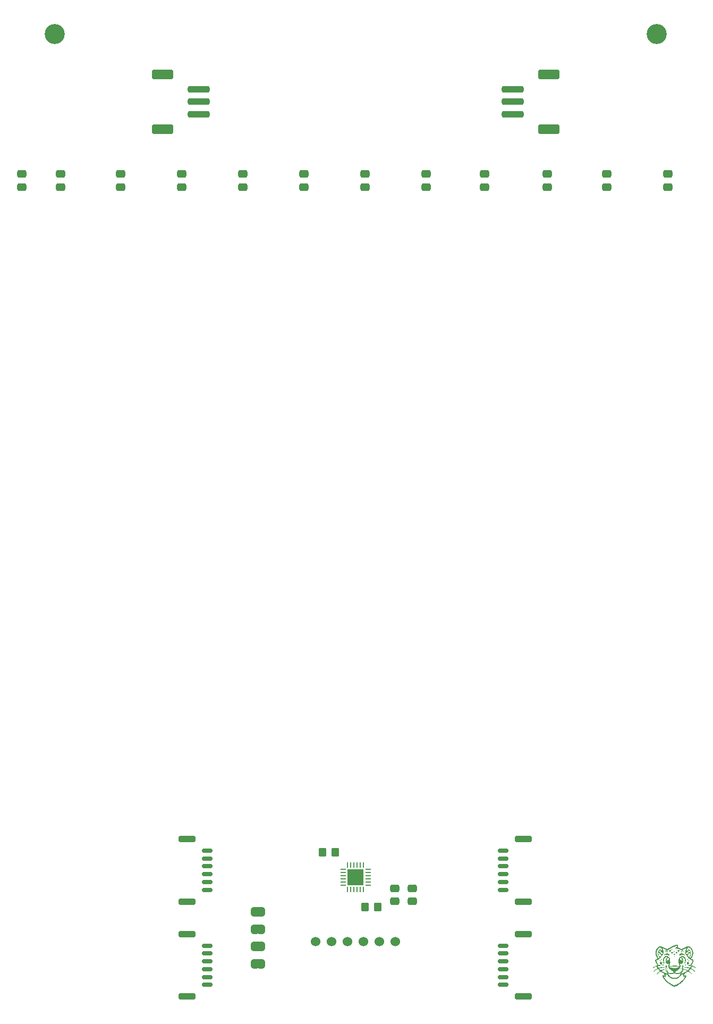
<source format=gbs>
G04 #@! TF.GenerationSoftware,KiCad,Pcbnew,9.0.2*
G04 #@! TF.CreationDate,2025-05-18T19:26:22-05:00*
G04 #@! TF.ProjectId,touch-pads,746f7563-682d-4706-9164-732e6b696361,rev?*
G04 #@! TF.SameCoordinates,Original*
G04 #@! TF.FileFunction,Soldermask,Bot*
G04 #@! TF.FilePolarity,Negative*
%FSLAX46Y46*%
G04 Gerber Fmt 4.6, Leading zero omitted, Abs format (unit mm)*
G04 Created by KiCad (PCBNEW 9.0.2) date 2025-05-18 19:26:22*
%MOMM*%
%LPD*%
G01*
G04 APERTURE LIST*
G04 Aperture macros list*
%AMRoundRect*
0 Rectangle with rounded corners*
0 $1 Rounding radius*
0 $2 $3 $4 $5 $6 $7 $8 $9 X,Y pos of 4 corners*
0 Add a 4 corners polygon primitive as box body*
4,1,4,$2,$3,$4,$5,$6,$7,$8,$9,$2,$3,0*
0 Add four circle primitives for the rounded corners*
1,1,$1+$1,$2,$3*
1,1,$1+$1,$4,$5*
1,1,$1+$1,$6,$7*
1,1,$1+$1,$8,$9*
0 Add four rect primitives between the rounded corners*
20,1,$1+$1,$2,$3,$4,$5,0*
20,1,$1+$1,$4,$5,$6,$7,0*
20,1,$1+$1,$6,$7,$8,$9,0*
20,1,$1+$1,$8,$9,$2,$3,0*%
%AMFreePoly0*
4,1,23,0.500000,-0.750000,0.000000,-0.750000,0.000000,-0.745722,-0.065263,-0.745722,-0.191342,-0.711940,-0.304381,-0.646677,-0.396677,-0.554381,-0.461940,-0.441342,-0.495722,-0.315263,-0.495722,-0.250000,-0.500000,-0.250000,-0.500000,0.250000,-0.495722,0.250000,-0.495722,0.315263,-0.461940,0.441342,-0.396677,0.554381,-0.304381,0.646677,-0.191342,0.711940,-0.065263,0.745722,0.000000,0.745722,
0.000000,0.750000,0.500000,0.750000,0.500000,-0.750000,0.500000,-0.750000,$1*%
%AMFreePoly1*
4,1,23,0.000000,0.745722,0.065263,0.745722,0.191342,0.711940,0.304381,0.646677,0.396677,0.554381,0.461940,0.441342,0.495722,0.315263,0.495722,0.250000,0.500000,0.250000,0.500000,-0.250000,0.495722,-0.250000,0.495722,-0.315263,0.461940,-0.441342,0.396677,-0.554381,0.304381,-0.646677,0.191342,-0.711940,0.065263,-0.745722,0.000000,-0.745722,0.000000,-0.750000,-0.500000,-0.750000,
-0.500000,0.750000,0.000000,0.750000,0.000000,0.745722,0.000000,0.745722,$1*%
G04 Aperture macros list end*
%ADD10C,0.000000*%
%ADD11C,3.200000*%
%ADD12C,1.524000*%
%ADD13RoundRect,0.250000X0.350000X0.450000X-0.350000X0.450000X-0.350000X-0.450000X0.350000X-0.450000X0*%
%ADD14RoundRect,0.250000X0.475000X-0.337500X0.475000X0.337500X-0.475000X0.337500X-0.475000X-0.337500X0*%
%ADD15R,0.254000X0.812800*%
%ADD16R,0.812800X0.254000*%
%ADD17R,2.590800X2.590800*%
%ADD18FreePoly0,0.000000*%
%ADD19FreePoly1,0.000000*%
%ADD20RoundRect,0.250000X-1.500000X0.250000X-1.500000X-0.250000X1.500000X-0.250000X1.500000X0.250000X0*%
%ADD21RoundRect,0.250001X-1.449999X0.499999X-1.449999X-0.499999X1.449999X-0.499999X1.449999X0.499999X0*%
%ADD22RoundRect,0.150000X-0.700000X0.150000X-0.700000X-0.150000X0.700000X-0.150000X0.700000X0.150000X0*%
%ADD23RoundRect,0.250000X-1.100000X0.250000X-1.100000X-0.250000X1.100000X-0.250000X1.100000X0.250000X0*%
%ADD24RoundRect,0.250000X-0.475000X0.337500X-0.475000X-0.337500X0.475000X-0.337500X0.475000X0.337500X0*%
%ADD25RoundRect,0.250000X1.500000X-0.250000X1.500000X0.250000X-1.500000X0.250000X-1.500000X-0.250000X0*%
%ADD26RoundRect,0.250001X1.449999X-0.499999X1.449999X0.499999X-1.449999X0.499999X-1.449999X-0.499999X0*%
%ADD27RoundRect,0.150000X0.700000X-0.150000X0.700000X0.150000X-0.700000X0.150000X-0.700000X-0.150000X0*%
%ADD28RoundRect,0.250000X1.100000X-0.250000X1.100000X0.250000X-1.100000X0.250000X-1.100000X-0.250000X0*%
G04 APERTURE END LIST*
G36*
X247500000Y-250000000D02*
G01*
X247800000Y-250000000D01*
X247800000Y-248500000D01*
X247500000Y-248500000D01*
X247500000Y-250000000D01*
G37*
G36*
X247500000Y-252750000D02*
G01*
X247800000Y-252750000D01*
X247800000Y-251250000D01*
X247500000Y-251250000D01*
X247500000Y-252750000D01*
G37*
D10*
G36*
X315127274Y-255889952D02*
G01*
X315134811Y-255910648D01*
X315132292Y-255930061D01*
X315118384Y-255951517D01*
X315095528Y-255966828D01*
X315071069Y-255973021D01*
X315047506Y-255970131D01*
X315031405Y-255957626D01*
X315025443Y-255936656D01*
X315025446Y-255936160D01*
X315032419Y-255910948D01*
X315051697Y-255891978D01*
X315081566Y-255880951D01*
X315083428Y-255880614D01*
X315110396Y-255880080D01*
X315127274Y-255889952D01*
G37*
G36*
X314058373Y-253535275D02*
G01*
X314074607Y-253547786D01*
X314085547Y-253569195D01*
X314085156Y-253592993D01*
X314073692Y-253615513D01*
X314051418Y-253633090D01*
X314041210Y-253636644D01*
X314017640Y-253636711D01*
X313994751Y-253628614D01*
X313977193Y-253614447D01*
X313969617Y-253596301D01*
X313971392Y-253572121D01*
X313982891Y-253546445D01*
X314002762Y-253530687D01*
X314028693Y-253526433D01*
X314058373Y-253535275D01*
G37*
G36*
X314052357Y-252728092D02*
G01*
X314073706Y-252741061D01*
X314086469Y-252760594D01*
X314085537Y-252782806D01*
X314070420Y-252805593D01*
X314068983Y-252806988D01*
X314044369Y-252821178D01*
X314017083Y-252821809D01*
X313990365Y-252808754D01*
X313983767Y-252803092D01*
X313968078Y-252781205D01*
X313966470Y-252759927D01*
X313978585Y-252741376D01*
X314004066Y-252727671D01*
X314009256Y-252726047D01*
X314031417Y-252722758D01*
X314052357Y-252728092D01*
G37*
G36*
X313661994Y-252443677D02*
G01*
X313686497Y-252463596D01*
X313699246Y-252486485D01*
X313698810Y-252509739D01*
X313684556Y-252530693D01*
X313656959Y-252547982D01*
X313649941Y-252550691D01*
X313621277Y-252554507D01*
X313595159Y-252548029D01*
X313574024Y-252533486D01*
X313560307Y-252513107D01*
X313556447Y-252489121D01*
X313564880Y-252463757D01*
X313579467Y-252447443D01*
X313604677Y-252435606D01*
X313633453Y-252434349D01*
X313661994Y-252443677D01*
G37*
G36*
X312940593Y-255680723D02*
G01*
X312975146Y-255693766D01*
X312996792Y-255707657D01*
X313012267Y-255725186D01*
X313016092Y-255742044D01*
X313007151Y-255756062D01*
X312985688Y-255764925D01*
X312956691Y-255766950D01*
X312926398Y-255762090D01*
X312900600Y-255750639D01*
X312886713Y-255740557D01*
X312875416Y-255727763D01*
X312875654Y-255715008D01*
X312886367Y-255698402D01*
X312890983Y-255693162D01*
X312912750Y-255680511D01*
X312940593Y-255680723D01*
G37*
G36*
X315169056Y-255681951D02*
G01*
X315181651Y-255693221D01*
X315192939Y-255715342D01*
X315190533Y-255736190D01*
X315174702Y-255753883D01*
X315146117Y-255767030D01*
X315139444Y-255768880D01*
X315109651Y-255773512D01*
X315085057Y-255771706D01*
X315069787Y-255763645D01*
X315068380Y-255761819D01*
X315063298Y-255743901D01*
X315070221Y-255724634D01*
X315087139Y-255706281D01*
X315112042Y-255691102D01*
X315142921Y-255681359D01*
X315153370Y-255679821D01*
X315169056Y-255681951D01*
G37*
G36*
X312993380Y-255882512D02*
G01*
X313016271Y-255889211D01*
X313037329Y-255901398D01*
X313044029Y-255907721D01*
X313054087Y-255926318D01*
X313053827Y-255944808D01*
X313042797Y-255958457D01*
X313035843Y-255961821D01*
X313011072Y-255965944D01*
X312986262Y-255961020D01*
X312966112Y-255948571D01*
X312955321Y-255930118D01*
X312952073Y-255915954D01*
X312948559Y-255902413D01*
X312948018Y-255894946D01*
X312955823Y-255885418D01*
X312972087Y-255881261D01*
X312993380Y-255882512D01*
G37*
G36*
X311795316Y-254214178D02*
G01*
X311823135Y-254229730D01*
X311837711Y-254247377D01*
X311845099Y-254273817D01*
X311840767Y-254302018D01*
X311825320Y-254328876D01*
X311799366Y-254351286D01*
X311792920Y-254354835D01*
X311764387Y-254361578D01*
X311736936Y-254355482D01*
X311713805Y-254337867D01*
X311698230Y-254310051D01*
X311694148Y-254284256D01*
X311700363Y-254256293D01*
X311716275Y-254233574D01*
X311739198Y-254217829D01*
X311766441Y-254210788D01*
X311795316Y-254214178D01*
G37*
G36*
X316123865Y-253986100D02*
G01*
X316151004Y-253999466D01*
X316174886Y-254026306D01*
X316184769Y-254045967D01*
X316189735Y-254077582D01*
X316183795Y-254108388D01*
X316167925Y-254134516D01*
X316143102Y-254152098D01*
X316140220Y-254153181D01*
X316113237Y-254155464D01*
X316084347Y-254147105D01*
X316058199Y-254130143D01*
X316039443Y-254106619D01*
X316028749Y-254073969D01*
X316029627Y-254042231D01*
X316041188Y-254014898D01*
X316062210Y-253994828D01*
X316091473Y-253984878D01*
X316123865Y-253986100D01*
G37*
G36*
X316332916Y-254210887D02*
G01*
X316360060Y-254220086D01*
X316381677Y-254237337D01*
X316393782Y-254261597D01*
X316395202Y-254274923D01*
X316389569Y-254304190D01*
X316374229Y-254330002D01*
X316351787Y-254347062D01*
X316338124Y-254352831D01*
X316323424Y-254356971D01*
X316311111Y-254355075D01*
X316294418Y-254347153D01*
X316275956Y-254334337D01*
X316257421Y-254309875D01*
X316249414Y-254281719D01*
X316252735Y-254253472D01*
X316268181Y-254228739D01*
X316277971Y-254220810D01*
X316304225Y-254210781D01*
X316332916Y-254210887D01*
G37*
G36*
X315856313Y-254880345D02*
G01*
X315884858Y-254897553D01*
X315904696Y-254923696D01*
X315913944Y-254956231D01*
X315910719Y-254992618D01*
X315904997Y-255010214D01*
X315890533Y-255034314D01*
X315866657Y-255054251D01*
X315842634Y-255064932D01*
X315814085Y-255065818D01*
X315787224Y-255055945D01*
X315763950Y-255037421D01*
X315746160Y-255012352D01*
X315735754Y-254982843D01*
X315734630Y-254951001D01*
X315744687Y-254918932D01*
X315762103Y-254894850D01*
X315788073Y-254879442D01*
X315823266Y-254874586D01*
X315856313Y-254880345D01*
G37*
G36*
X314466177Y-252482491D02*
G01*
X314475703Y-252494175D01*
X314477807Y-252497602D01*
X314484118Y-252520229D01*
X314476301Y-252539823D01*
X314454844Y-252554961D01*
X314454560Y-252555085D01*
X314432823Y-252561109D01*
X314413128Y-252561353D01*
X314399372Y-252556902D01*
X314379433Y-252546001D01*
X314363997Y-252532966D01*
X314357799Y-252521232D01*
X314363558Y-252508991D01*
X314380157Y-252495862D01*
X314403633Y-252485074D01*
X314429985Y-252478970D01*
X314435308Y-252478400D01*
X314454589Y-252477857D01*
X314466177Y-252482491D01*
G37*
G36*
X312009356Y-253988807D02*
G01*
X312010460Y-253989143D01*
X312038369Y-254003612D01*
X312054545Y-254026610D01*
X312059746Y-254059193D01*
X312059466Y-254066408D01*
X312050878Y-254100403D01*
X312032231Y-254129166D01*
X312006143Y-254148340D01*
X311975421Y-254155764D01*
X311944816Y-254149624D01*
X311917761Y-254129382D01*
X311911987Y-254122305D01*
X311899248Y-254094300D01*
X311898265Y-254064865D01*
X311907314Y-254036644D01*
X311924671Y-254012283D01*
X311948613Y-253994426D01*
X311977415Y-253985719D01*
X312009356Y-253988807D01*
G37*
G36*
X315180254Y-255457280D02*
G01*
X315186848Y-255464878D01*
X315195079Y-255486257D01*
X315188691Y-255508042D01*
X315167773Y-255530055D01*
X315132414Y-255552120D01*
X315125011Y-255555727D01*
X315103266Y-255564188D01*
X315086833Y-255567725D01*
X315086602Y-255567729D01*
X315068823Y-255562773D01*
X315053865Y-255550679D01*
X315047603Y-255536171D01*
X315050874Y-255523478D01*
X315063037Y-255502941D01*
X315080740Y-255482427D01*
X315100300Y-255466789D01*
X315111020Y-255460637D01*
X315140310Y-255448274D01*
X315162796Y-255447225D01*
X315180254Y-255457280D01*
G37*
G36*
X314064882Y-253181219D02*
G01*
X314099486Y-253197028D01*
X314128722Y-253224607D01*
X314140882Y-253246057D01*
X314147879Y-253280258D01*
X314143089Y-253314868D01*
X314127246Y-253346038D01*
X314101080Y-253369919D01*
X314083273Y-253377744D01*
X314050126Y-253383755D01*
X314015616Y-253382579D01*
X313986724Y-253373967D01*
X313955199Y-253351217D01*
X313932206Y-253321670D01*
X313920974Y-253289282D01*
X313919803Y-253271049D01*
X313924117Y-253251397D01*
X313936810Y-253228859D01*
X313959161Y-253203744D01*
X313991691Y-253184644D01*
X314027941Y-253177113D01*
X314064882Y-253181219D01*
G37*
G36*
X312294449Y-254877183D02*
G01*
X312323507Y-254899843D01*
X312337490Y-254917123D01*
X312345505Y-254936039D01*
X312347460Y-254961161D01*
X312347185Y-254969667D01*
X312339019Y-255006583D01*
X312320709Y-255036121D01*
X312293857Y-255055458D01*
X312285367Y-255059040D01*
X312265628Y-255065001D01*
X312248303Y-255063900D01*
X312225687Y-255055774D01*
X312198585Y-255037253D01*
X312180030Y-255009762D01*
X312171310Y-254977089D01*
X312173395Y-254942892D01*
X312187253Y-254910827D01*
X312203570Y-254891440D01*
X312232104Y-254873173D01*
X312263189Y-254868356D01*
X312294449Y-254877183D01*
G37*
G36*
X315886296Y-254534551D02*
G01*
X315896612Y-254543257D01*
X315905373Y-254555200D01*
X315906890Y-254574339D01*
X315895074Y-254594789D01*
X315872074Y-254616950D01*
X315841016Y-254638198D01*
X315804985Y-254656059D01*
X315797361Y-254659061D01*
X315756991Y-254671021D01*
X315721299Y-254675158D01*
X315693874Y-254670992D01*
X315687975Y-254667866D01*
X315686510Y-254660753D01*
X315693005Y-254646050D01*
X315706226Y-254627122D01*
X315733566Y-254600963D01*
X315768807Y-254575774D01*
X315808291Y-254554090D01*
X315848356Y-254538447D01*
X315859155Y-254535300D01*
X315875662Y-254532084D01*
X315886296Y-254534551D01*
G37*
G36*
X312933777Y-255454880D02*
G01*
X312954055Y-255463099D01*
X312960155Y-255466038D01*
X312983703Y-255481297D01*
X313004936Y-255500256D01*
X313020289Y-255519359D01*
X313026198Y-255535053D01*
X313023997Y-255541977D01*
X313013288Y-255552706D01*
X313010687Y-255554220D01*
X313001736Y-255558667D01*
X312992869Y-255559604D01*
X312979340Y-255556810D01*
X312956403Y-255550064D01*
X312947723Y-255547220D01*
X312917366Y-255532593D01*
X312896715Y-255514747D01*
X312886871Y-255495564D01*
X312888937Y-255476923D01*
X312904015Y-255460703D01*
X312909795Y-255457097D01*
X312920944Y-255452971D01*
X312933777Y-255454880D01*
G37*
G36*
X312917065Y-252795177D02*
G01*
X312952626Y-252804411D01*
X312978094Y-252821473D01*
X312992912Y-252844041D01*
X312996524Y-252869791D01*
X312988374Y-252896401D01*
X312967905Y-252921549D01*
X312934562Y-252942912D01*
X312933372Y-252943460D01*
X312897058Y-252954066D01*
X312859259Y-252955196D01*
X312824547Y-252947259D01*
X312797495Y-252930664D01*
X312797405Y-252930577D01*
X312781411Y-252910047D01*
X312775398Y-252890560D01*
X312775399Y-252890361D01*
X312782419Y-252861866D01*
X312801228Y-252835704D01*
X312828882Y-252814173D01*
X312862436Y-252799570D01*
X312898945Y-252794191D01*
X312917065Y-252795177D01*
G37*
G36*
X315171711Y-252794686D02*
G01*
X315218131Y-252802173D01*
X315255680Y-252818946D01*
X315282534Y-252844267D01*
X315283998Y-252846380D01*
X315296307Y-252875405D01*
X315294554Y-252903094D01*
X315279360Y-252927410D01*
X315251348Y-252946318D01*
X315250353Y-252946755D01*
X315224064Y-252952635D01*
X315190894Y-252952886D01*
X315157107Y-252947927D01*
X315128969Y-252938174D01*
X315115366Y-252929701D01*
X315092282Y-252908072D01*
X315075921Y-252883140D01*
X315069707Y-252859454D01*
X315073554Y-252840967D01*
X315091271Y-252815756D01*
X315101955Y-252805947D01*
X315115233Y-252798323D01*
X315132655Y-252795012D01*
X315159511Y-252794353D01*
X315171711Y-252794686D01*
G37*
G36*
X313683714Y-252879792D02*
G01*
X313726506Y-252889180D01*
X313763643Y-252907277D01*
X313791616Y-252933506D01*
X313800304Y-252946525D01*
X313816215Y-252985413D01*
X313818190Y-253023735D01*
X313806726Y-253059518D01*
X313782324Y-253090792D01*
X313745484Y-253115582D01*
X313742151Y-253117059D01*
X313713076Y-253123431D01*
X313671384Y-253124354D01*
X313632599Y-253119943D01*
X313586480Y-253105266D01*
X313549506Y-253081507D01*
X313523109Y-253049667D01*
X313508722Y-253010747D01*
X313509282Y-252981143D01*
X313521776Y-252949065D01*
X313544558Y-252920160D01*
X313575549Y-252897943D01*
X313595203Y-252889452D01*
X313638776Y-252879690D01*
X313683714Y-252879792D01*
G37*
G36*
X313392027Y-252571550D02*
G01*
X313441552Y-252587376D01*
X313461882Y-252598853D01*
X313491362Y-252625265D01*
X313508246Y-252655649D01*
X313512801Y-252688027D01*
X313505295Y-252720422D01*
X313485994Y-252750857D01*
X313455166Y-252777355D01*
X313413079Y-252797938D01*
X313391554Y-252804149D01*
X313348375Y-252809176D01*
X313305160Y-252805851D01*
X313264342Y-252795178D01*
X313228357Y-252778164D01*
X313199640Y-252755813D01*
X313180624Y-252729130D01*
X313173744Y-252699121D01*
X313176202Y-252677460D01*
X313190034Y-252647374D01*
X313216828Y-252620362D01*
X313257467Y-252595330D01*
X313286594Y-252582570D01*
X313339989Y-252569964D01*
X313392027Y-252571550D01*
G37*
G36*
X314444977Y-252882270D02*
G01*
X314487509Y-252895885D01*
X314523026Y-252918006D01*
X314549268Y-252947539D01*
X314563973Y-252983392D01*
X314564027Y-253009669D01*
X314552751Y-253040937D01*
X314531559Y-253070840D01*
X314502674Y-253096335D01*
X314468317Y-253114380D01*
X314449534Y-253119299D01*
X314419606Y-253123738D01*
X314388423Y-253125650D01*
X314370405Y-253125325D01*
X314325713Y-253118308D01*
X314291454Y-253101677D01*
X314266483Y-253074700D01*
X314249657Y-253036643D01*
X314246720Y-253023874D01*
X314247448Y-252986920D01*
X314260516Y-252951854D01*
X314284186Y-252921180D01*
X314316719Y-252897399D01*
X314356376Y-252883014D01*
X314397694Y-252878255D01*
X314444977Y-252882270D01*
G37*
G36*
X312240917Y-254538107D02*
G01*
X312272409Y-254551880D01*
X312287531Y-254560119D01*
X312312832Y-254577504D01*
X312338649Y-254598587D01*
X312362458Y-254620938D01*
X312381737Y-254642132D01*
X312393960Y-254659740D01*
X312396605Y-254671336D01*
X312396213Y-254672246D01*
X312384627Y-254680774D01*
X312363295Y-254682978D01*
X312335111Y-254679709D01*
X312302968Y-254671822D01*
X312269760Y-254660171D01*
X312238382Y-254645610D01*
X312211725Y-254628991D01*
X312192685Y-254611170D01*
X312189464Y-254606955D01*
X312174512Y-254580197D01*
X312173193Y-254558352D01*
X312185453Y-254540910D01*
X312188893Y-254538281D01*
X312202495Y-254531728D01*
X312218724Y-254531530D01*
X312240917Y-254538107D01*
G37*
G36*
X311935937Y-254471899D02*
G01*
X311976201Y-254484660D01*
X312012307Y-254507394D01*
X312042510Y-254539297D01*
X312065066Y-254579564D01*
X312078227Y-254627393D01*
X312080250Y-254681978D01*
X312075579Y-254715547D01*
X312058599Y-254764563D01*
X312030747Y-254804460D01*
X311992772Y-254834287D01*
X311945426Y-254853092D01*
X311913728Y-254855992D01*
X311873343Y-254850128D01*
X311832690Y-254836259D01*
X311796675Y-254816110D01*
X311770201Y-254791410D01*
X311759952Y-254777036D01*
X311734141Y-254727331D01*
X311721945Y-254677025D01*
X311723382Y-254627646D01*
X311738469Y-254580723D01*
X311767225Y-254537782D01*
X311768214Y-254536665D01*
X311807654Y-254501495D01*
X311849918Y-254479513D01*
X311893261Y-254469916D01*
X311935937Y-254471899D01*
G37*
G36*
X314745413Y-252571180D02*
G01*
X314787563Y-252581707D01*
X314832655Y-252601575D01*
X314865593Y-252627847D01*
X314885789Y-252660016D01*
X314892652Y-252697575D01*
X314892285Y-252709990D01*
X314888749Y-252726750D01*
X314879186Y-252741869D01*
X314860859Y-252760788D01*
X314846546Y-252773228D01*
X314823316Y-252789597D01*
X314803685Y-252799346D01*
X314784944Y-252804127D01*
X314738028Y-252808359D01*
X314689047Y-252804005D01*
X314643105Y-252791761D01*
X314605305Y-252772321D01*
X314593086Y-252761697D01*
X314573204Y-252735866D01*
X314558830Y-252706450D01*
X314553297Y-252679408D01*
X314553569Y-252672307D01*
X314562912Y-252638676D01*
X314584055Y-252610208D01*
X314614937Y-252588064D01*
X314653497Y-252573404D01*
X314697676Y-252567389D01*
X314745413Y-252571180D01*
G37*
G36*
X316241888Y-254477342D02*
G01*
X316280100Y-254492345D01*
X316307153Y-254512479D01*
X316338436Y-254548184D01*
X316360320Y-254589197D01*
X316361113Y-254591434D01*
X316366729Y-254621172D01*
X316367579Y-254658321D01*
X316363853Y-254696967D01*
X316355743Y-254731197D01*
X316345323Y-254753518D01*
X316323965Y-254784263D01*
X316297254Y-254813242D01*
X316268920Y-254836525D01*
X316242696Y-254850187D01*
X316220689Y-254855839D01*
X316171238Y-254859133D01*
X316125397Y-254849499D01*
X316085119Y-254827836D01*
X316052359Y-254795040D01*
X316029070Y-254752011D01*
X316016631Y-254703125D01*
X316015027Y-254650813D01*
X316024620Y-254600699D01*
X316044597Y-254555343D01*
X316074149Y-254517300D01*
X316112462Y-254489128D01*
X316113598Y-254488537D01*
X316153076Y-254475331D01*
X316197693Y-254471635D01*
X316241888Y-254477342D01*
G37*
G36*
X312952490Y-253120770D02*
G01*
X313033852Y-253132983D01*
X313104910Y-253155033D01*
X313166209Y-253187100D01*
X313218296Y-253229367D01*
X313227029Y-253238360D01*
X313255776Y-253275504D01*
X313271956Y-253313100D01*
X313277026Y-253354243D01*
X313276859Y-253359144D01*
X313270826Y-253386724D01*
X313258240Y-253411716D01*
X313241984Y-253428047D01*
X313225629Y-253434031D01*
X313198479Y-253434537D01*
X313162623Y-253426916D01*
X313116411Y-253410944D01*
X313088797Y-253400513D01*
X312986033Y-253368005D01*
X312888424Y-253347998D01*
X312793942Y-253340430D01*
X312700562Y-253345236D01*
X312606255Y-253362351D01*
X312508996Y-253391712D01*
X312471106Y-253404959D01*
X312440863Y-253414557D01*
X312420315Y-253419314D01*
X312407353Y-253419525D01*
X312399867Y-253415482D01*
X312395750Y-253407481D01*
X312394727Y-253392921D01*
X312402520Y-253366808D01*
X312419653Y-253336186D01*
X312444526Y-253303371D01*
X312475540Y-253270679D01*
X312511094Y-253240428D01*
X312530401Y-253226676D01*
X312581076Y-253196127D01*
X312637395Y-253168166D01*
X312693938Y-253145344D01*
X312745282Y-253130213D01*
X312746923Y-253129854D01*
X312785816Y-253123650D01*
X312832841Y-253119498D01*
X312881762Y-253117956D01*
X312952490Y-253120770D01*
G37*
G36*
X315276880Y-253122890D02*
G01*
X315369023Y-253139615D01*
X315451854Y-253167708D01*
X315525438Y-253207186D01*
X315541152Y-253217986D01*
X315576452Y-253245916D01*
X315609082Y-253276443D01*
X315637797Y-253307856D01*
X315661353Y-253338444D01*
X315678502Y-253366495D01*
X315688001Y-253390298D01*
X315688603Y-253408141D01*
X315679064Y-253418313D01*
X315677739Y-253418613D01*
X315664018Y-253417123D01*
X315641562Y-253411379D01*
X315614512Y-253402402D01*
X315596270Y-253395824D01*
X315526189Y-253373165D01*
X315462082Y-253357433D01*
X315398901Y-253347561D01*
X315331601Y-253342478D01*
X315290684Y-253341324D01*
X315233163Y-253342669D01*
X315180325Y-253348572D01*
X315127854Y-253359815D01*
X315071429Y-253377184D01*
X315006733Y-253401462D01*
X314965506Y-253417202D01*
X314925559Y-253430848D01*
X314894363Y-253439613D01*
X314874209Y-253442782D01*
X314872669Y-253442786D01*
X314840153Y-253436610D01*
X314816350Y-253418766D01*
X314801726Y-253389811D01*
X314796747Y-253350302D01*
X314799515Y-253321954D01*
X314815611Y-253278333D01*
X314845872Y-253237720D01*
X314890071Y-253200388D01*
X314947982Y-253166614D01*
X314966787Y-253157660D01*
X315014259Y-253138729D01*
X315061125Y-253126455D01*
X315112372Y-253119750D01*
X315172989Y-253117527D01*
X315175358Y-253117517D01*
X315276880Y-253122890D01*
G37*
G36*
X317026736Y-253030878D02*
G01*
X317026335Y-253084955D01*
X317024880Y-253135485D01*
X317022369Y-253178744D01*
X317018806Y-253211008D01*
X317014520Y-253237749D01*
X317008552Y-253274946D01*
X317003417Y-253306913D01*
X317002173Y-253314288D01*
X316992509Y-253360392D01*
X316979123Y-253412376D01*
X316963512Y-253465125D01*
X316947172Y-253513525D01*
X316931599Y-253552460D01*
X316910838Y-253597691D01*
X316872912Y-253676062D01*
X316836136Y-253745788D01*
X316798546Y-253810504D01*
X316758183Y-253873844D01*
X316744837Y-253894591D01*
X316729345Y-253920658D01*
X316718761Y-253940981D01*
X316714842Y-253952375D01*
X316715322Y-253955062D01*
X316723907Y-253965366D01*
X316744149Y-253978637D01*
X316777227Y-253995693D01*
X316790497Y-254001974D01*
X316819791Y-254015080D01*
X316844458Y-254025137D01*
X316860221Y-254030358D01*
X316872858Y-254033758D01*
X316907675Y-254046677D01*
X316953893Y-254067578D01*
X316954336Y-254067790D01*
X316971183Y-254074895D01*
X316982022Y-254077839D01*
X316988789Y-254079734D01*
X317005756Y-254086696D01*
X317027895Y-254097017D01*
X317030361Y-254098241D01*
X317063715Y-254119877D01*
X317084938Y-254146333D01*
X317095392Y-254180123D01*
X317096436Y-254223763D01*
X317096274Y-254226106D01*
X317093619Y-254248670D01*
X317092321Y-254259695D01*
X317085442Y-254298265D01*
X317076489Y-254338553D01*
X317066313Y-254377297D01*
X317055765Y-254411235D01*
X317045697Y-254437105D01*
X317036961Y-254451645D01*
X317034135Y-254457377D01*
X317032065Y-254472278D01*
X317031031Y-254482408D01*
X317026194Y-254495025D01*
X317024686Y-254497248D01*
X317017980Y-254511410D01*
X317010460Y-254531543D01*
X317007049Y-254541225D01*
X316986870Y-254588304D01*
X316959003Y-254642530D01*
X316925368Y-254700942D01*
X316887882Y-254760582D01*
X316848463Y-254818491D01*
X316809029Y-254871709D01*
X316771498Y-254917277D01*
X316737788Y-254952236D01*
X316727438Y-254961959D01*
X316718492Y-254972891D01*
X316718157Y-254981875D01*
X316724926Y-254993778D01*
X316725277Y-254994309D01*
X316739377Y-255009780D01*
X316761202Y-255023581D01*
X316794148Y-255037874D01*
X316806291Y-255042640D01*
X316827346Y-255051184D01*
X316829996Y-255052243D01*
X316847567Y-255058638D01*
X316873416Y-255067531D01*
X316902963Y-255077336D01*
X316932802Y-255087229D01*
X316965323Y-255098746D01*
X316990315Y-255108806D01*
X317011678Y-255118898D01*
X317019589Y-255122222D01*
X317034268Y-255125414D01*
X317038138Y-255125985D01*
X317054062Y-255131226D01*
X317074587Y-255140169D01*
X317083342Y-255144213D01*
X317102756Y-255151880D01*
X317115108Y-255154923D01*
X317120116Y-255156342D01*
X317136594Y-255163265D01*
X317161059Y-255174588D01*
X317190465Y-255188792D01*
X317221767Y-255204355D01*
X317251919Y-255219756D01*
X317277877Y-255233475D01*
X317296594Y-255243989D01*
X317305025Y-255249779D01*
X317306496Y-255251184D01*
X317317869Y-255258952D01*
X317335520Y-255269271D01*
X317347984Y-255276602D01*
X317378911Y-255298178D01*
X317409622Y-255323596D01*
X317437705Y-255350452D01*
X317460750Y-255376337D01*
X317476346Y-255398846D01*
X317482080Y-255415570D01*
X317481341Y-255420480D01*
X317471636Y-255435075D01*
X317455548Y-255445368D01*
X317439316Y-255446802D01*
X317438051Y-255446332D01*
X317424647Y-255439554D01*
X317402135Y-255426786D01*
X317373328Y-255409659D01*
X317341038Y-255389805D01*
X317316762Y-255374873D01*
X317183985Y-255301331D01*
X317050677Y-255241021D01*
X316918279Y-255194610D01*
X316908662Y-255191767D01*
X316883573Y-255184647D01*
X316865909Y-255180081D01*
X316859011Y-255178953D01*
X316857460Y-255182552D01*
X316849208Y-255207053D01*
X316842800Y-255233864D01*
X316840200Y-255255041D01*
X316839551Y-255260550D01*
X316833614Y-255276212D01*
X316820722Y-255298486D01*
X316799958Y-255328870D01*
X316770401Y-255368865D01*
X316756484Y-255387442D01*
X316734329Y-255417833D01*
X316716562Y-255443256D01*
X316704729Y-255461476D01*
X316700372Y-255470256D01*
X316705477Y-255479503D01*
X316720244Y-255493284D01*
X316741017Y-255508502D01*
X316764106Y-255522468D01*
X316785820Y-255532493D01*
X316789244Y-255533787D01*
X316804535Y-255541272D01*
X316810747Y-255547402D01*
X316811053Y-255549026D01*
X316818639Y-255553297D01*
X316823866Y-255554881D01*
X316839099Y-255562903D01*
X316858699Y-255575429D01*
X316871244Y-255583838D01*
X316887148Y-255593712D01*
X316895146Y-255597561D01*
X316901102Y-255600384D01*
X316916105Y-255609742D01*
X316936161Y-255623381D01*
X316953289Y-255635072D01*
X316969451Y-255645275D01*
X316977439Y-255649202D01*
X316978860Y-255649587D01*
X316989443Y-255655872D01*
X317005180Y-255667413D01*
X317024549Y-255682555D01*
X317071104Y-255718565D01*
X317115736Y-255752630D01*
X317118083Y-255754452D01*
X317135431Y-255769165D01*
X317159567Y-255790908D01*
X317187960Y-255817263D01*
X317218076Y-255845811D01*
X317247383Y-255874132D01*
X317273350Y-255899808D01*
X317293443Y-255920420D01*
X317305130Y-255933548D01*
X317313768Y-255944980D01*
X317341320Y-255987295D01*
X317356340Y-256022379D01*
X317358790Y-256050110D01*
X317348629Y-256070367D01*
X317343655Y-256074867D01*
X317338026Y-256077055D01*
X317330681Y-256075008D01*
X317319876Y-256067487D01*
X317303869Y-256053252D01*
X317280917Y-256031061D01*
X317249277Y-255999676D01*
X317222326Y-255973189D01*
X317158270Y-255912944D01*
X317097148Y-255859214D01*
X317040973Y-255813730D01*
X316991760Y-255778224D01*
X316967210Y-255761815D01*
X316942730Y-255745277D01*
X316925095Y-255733173D01*
X316920539Y-255730010D01*
X316853078Y-255686711D01*
X316775916Y-255642890D01*
X316693423Y-255601038D01*
X316671527Y-255590706D01*
X316646584Y-255579352D01*
X316629229Y-255571967D01*
X316622298Y-255569798D01*
X316621454Y-255570930D01*
X316614292Y-255581212D01*
X316601629Y-255599681D01*
X316585495Y-255623381D01*
X316564715Y-255653400D01*
X316533510Y-255695440D01*
X316501785Y-255733616D01*
X316465855Y-255772265D01*
X316422035Y-255815726D01*
X316398365Y-255838743D01*
X316377698Y-255859687D01*
X316365050Y-255874363D01*
X316358904Y-255884883D01*
X316357739Y-255893356D01*
X316360038Y-255901892D01*
X316363495Y-255907779D01*
X316377668Y-255923700D01*
X316399240Y-255943449D01*
X316425111Y-255964064D01*
X316487693Y-256011944D01*
X316546616Y-256060505D01*
X316592787Y-256102970D01*
X316601978Y-256112243D01*
X316628055Y-256139891D01*
X316656278Y-256171346D01*
X316684916Y-256204511D01*
X316712239Y-256237286D01*
X316736517Y-256267574D01*
X316756020Y-256293275D01*
X316769019Y-256312292D01*
X316773783Y-256322526D01*
X316774678Y-256325629D01*
X316781323Y-256338930D01*
X316792304Y-256357421D01*
X316800279Y-256373337D01*
X316807916Y-256398809D01*
X316811249Y-256424301D01*
X316809788Y-256445281D01*
X316803046Y-256457214D01*
X316800371Y-256458430D01*
X316792862Y-256457640D01*
X316782706Y-256450433D01*
X316768474Y-256435375D01*
X316748737Y-256411031D01*
X316722065Y-256375968D01*
X316707794Y-256357595D01*
X316666049Y-256308883D01*
X316617502Y-256257726D01*
X316566066Y-256208141D01*
X316515655Y-256164143D01*
X316503996Y-256154540D01*
X316478968Y-256133813D01*
X316449488Y-256109305D01*
X316419751Y-256084498D01*
X316399508Y-256067939D01*
X316371642Y-256046211D01*
X316347670Y-256028692D01*
X316331223Y-256018104D01*
X316329876Y-256017367D01*
X316305828Y-256002474D01*
X316283762Y-255986364D01*
X316262122Y-255968608D01*
X316221055Y-255999369D01*
X316218955Y-256000934D01*
X316200689Y-256013875D01*
X316177423Y-256029254D01*
X316147845Y-256047868D01*
X316110647Y-256070517D01*
X316064518Y-256098001D01*
X316008148Y-256131118D01*
X315940227Y-256170667D01*
X315914410Y-256185373D01*
X315876828Y-256206044D01*
X315837684Y-256226900D01*
X315799388Y-256246719D01*
X315764350Y-256264276D01*
X315734983Y-256278347D01*
X315713697Y-256287709D01*
X315702902Y-256291139D01*
X315702157Y-256291151D01*
X315692236Y-256292499D01*
X315684294Y-256297318D01*
X315677681Y-256307467D01*
X315671752Y-256324807D01*
X315665859Y-256351198D01*
X315659355Y-256388499D01*
X315651591Y-256438571D01*
X315648300Y-256461303D01*
X315643765Y-256495187D01*
X315640378Y-256523410D01*
X315638646Y-256536233D01*
X315634334Y-256556335D01*
X315629701Y-256567305D01*
X315626643Y-256575609D01*
X315624014Y-256595011D01*
X315623004Y-256620275D01*
X315623004Y-256666237D01*
X315644813Y-256659982D01*
X315664248Y-256653141D01*
X315687233Y-256642698D01*
X315729252Y-256621624D01*
X315764513Y-256607686D01*
X315796045Y-256600132D01*
X315827891Y-256597668D01*
X315829869Y-256597649D01*
X315855205Y-256598074D01*
X315871641Y-256601306D01*
X315884678Y-256609386D01*
X315899819Y-256624355D01*
X315901706Y-256626356D01*
X315913203Y-256639324D01*
X315920225Y-256650945D01*
X315923876Y-256665245D01*
X315925257Y-256686248D01*
X315925472Y-256717980D01*
X315925302Y-256732283D01*
X315923892Y-256759941D01*
X315921365Y-256780043D01*
X315918309Y-256788408D01*
X315918095Y-256788993D01*
X315914383Y-256793090D01*
X315910718Y-256806738D01*
X315907796Y-256822029D01*
X315900456Y-256841344D01*
X315898730Y-256844995D01*
X315888428Y-256867790D01*
X315877902Y-256892275D01*
X315863246Y-256925753D01*
X315811557Y-257025657D01*
X315746099Y-257129971D01*
X315666835Y-257238742D01*
X315573728Y-257352015D01*
X315466741Y-257469836D01*
X315345837Y-257592251D01*
X315210979Y-257719305D01*
X315145577Y-257777399D01*
X315073424Y-257837103D01*
X315001132Y-257891752D01*
X314923978Y-257945061D01*
X314921173Y-257946925D01*
X314884299Y-257971597D01*
X314847266Y-257996660D01*
X314814235Y-258019283D01*
X314789370Y-258036633D01*
X314732160Y-258075853D01*
X314653872Y-258125889D01*
X314571163Y-258175245D01*
X314486330Y-258222726D01*
X314401668Y-258267136D01*
X314319474Y-258307280D01*
X314242044Y-258341960D01*
X314171674Y-258369981D01*
X314110660Y-258390148D01*
X314071298Y-258398046D01*
X314014391Y-258398137D01*
X313952843Y-258385427D01*
X313912801Y-258372359D01*
X313841020Y-258344285D01*
X313760789Y-258308045D01*
X313673791Y-258264531D01*
X313581708Y-258214632D01*
X313486224Y-258159240D01*
X313389020Y-258099245D01*
X313291781Y-258035537D01*
X313291494Y-258035344D01*
X313251297Y-258008228D01*
X313212712Y-257982229D01*
X313178394Y-257959131D01*
X313150995Y-257940722D01*
X313133169Y-257928786D01*
X313130367Y-257926892D01*
X313105433Y-257908713D01*
X313076168Y-257885715D01*
X313048330Y-257862403D01*
X313043999Y-257858647D01*
X313016626Y-257835575D01*
X312989714Y-257813829D01*
X312968523Y-257797674D01*
X312945332Y-257780243D01*
X312899476Y-257742812D01*
X312847549Y-257697480D01*
X312791747Y-257646358D01*
X312734264Y-257591552D01*
X312677296Y-257535172D01*
X312623036Y-257479327D01*
X312573678Y-257426125D01*
X312531419Y-257377675D01*
X312513474Y-257356296D01*
X312488658Y-257326897D01*
X312466752Y-257301123D01*
X312451023Y-257282830D01*
X312427928Y-257255849D01*
X312403147Y-257225100D01*
X312388063Y-257203511D01*
X312384688Y-257198181D01*
X312373655Y-257181373D01*
X312357835Y-257157645D01*
X312339435Y-257130315D01*
X312313653Y-257091226D01*
X312263705Y-257008939D01*
X312221413Y-256929720D01*
X312187390Y-256854985D01*
X312164128Y-256791298D01*
X312360300Y-256791298D01*
X312393158Y-256852852D01*
X312425542Y-256910389D01*
X312493889Y-257017370D01*
X312573380Y-257126477D01*
X312662298Y-257235745D01*
X312758923Y-257343210D01*
X312861534Y-257446906D01*
X312968413Y-257544870D01*
X313077839Y-257635136D01*
X313121926Y-257668958D01*
X313185066Y-257716062D01*
X313252706Y-257765274D01*
X313322171Y-257814715D01*
X313390782Y-257862503D01*
X313455865Y-257906760D01*
X313514744Y-257945606D01*
X313564740Y-257977159D01*
X313565905Y-257977869D01*
X313606340Y-258001380D01*
X313655063Y-258027987D01*
X313708571Y-258055931D01*
X313763362Y-258083451D01*
X313815933Y-258108787D01*
X313862782Y-258130178D01*
X313900407Y-258145865D01*
X313929700Y-258157259D01*
X313961468Y-258169847D01*
X313986613Y-258180046D01*
X313995366Y-258183614D01*
X314014678Y-258190259D01*
X314031475Y-258192516D01*
X314049777Y-258190031D01*
X314073602Y-258182446D01*
X314106971Y-258169408D01*
X314112518Y-258167197D01*
X314145766Y-258154610D01*
X314177977Y-258143359D01*
X314202876Y-258135651D01*
X314219071Y-258130609D01*
X314250649Y-258118632D01*
X314280337Y-258105226D01*
X314298254Y-258096422D01*
X314326106Y-258083377D01*
X314348410Y-258073640D01*
X314355456Y-258070650D01*
X314389749Y-258053888D01*
X314433592Y-258029841D01*
X314485126Y-257999665D01*
X314542491Y-257964515D01*
X314603826Y-257925547D01*
X314667273Y-257883918D01*
X314730970Y-257840783D01*
X314793059Y-257797298D01*
X314832236Y-257769044D01*
X314995465Y-257644164D01*
X315146422Y-257516579D01*
X315284611Y-257386774D01*
X315409536Y-257255236D01*
X315520701Y-257122452D01*
X315617610Y-256988907D01*
X315620581Y-256984449D01*
X315643473Y-256948678D01*
X315665702Y-256911706D01*
X315686054Y-256875807D01*
X315703319Y-256843255D01*
X315716284Y-256816322D01*
X315723739Y-256797282D01*
X315724471Y-256788408D01*
X315721724Y-256788513D01*
X315707920Y-256792566D01*
X315685404Y-256800661D01*
X315657315Y-256811709D01*
X315655929Y-256812269D01*
X315628896Y-256821889D01*
X315595556Y-256831953D01*
X315558830Y-256841795D01*
X315521638Y-256850749D01*
X315486902Y-256858148D01*
X315457542Y-256863326D01*
X315436478Y-256865616D01*
X315426632Y-256864351D01*
X315425970Y-256859310D01*
X315426904Y-256842136D01*
X315429673Y-256816002D01*
X315433982Y-256784129D01*
X315435040Y-256776849D01*
X315440295Y-256737993D01*
X315446196Y-256690961D01*
X315452094Y-256641033D01*
X315457343Y-256593494D01*
X315459338Y-256574919D01*
X315464059Y-256533083D01*
X315468621Y-256495277D01*
X315472586Y-256465051D01*
X315475518Y-256445954D01*
X315477274Y-256435838D01*
X315479662Y-256418571D01*
X315479764Y-256410910D01*
X315475001Y-256412016D01*
X315459056Y-256417718D01*
X315434685Y-256427203D01*
X315404756Y-256439380D01*
X315400033Y-256441322D01*
X315363112Y-256455810D01*
X315318202Y-256472561D01*
X315270547Y-256489650D01*
X315225390Y-256505155D01*
X315119180Y-256540605D01*
X315092599Y-256591026D01*
X315080255Y-256613277D01*
X315032894Y-256684877D01*
X314971601Y-256760816D01*
X314896472Y-256840975D01*
X314881511Y-256855692D01*
X314785349Y-256938698D01*
X314679884Y-257011662D01*
X314567017Y-257073642D01*
X314448653Y-257123694D01*
X314326694Y-257160877D01*
X314203042Y-257184250D01*
X314172281Y-257187272D01*
X314121183Y-257189711D01*
X314062781Y-257190334D01*
X314000746Y-257189261D01*
X313938746Y-257186616D01*
X313880452Y-257182521D01*
X313829533Y-257177098D01*
X313789659Y-257170470D01*
X313754906Y-257162179D01*
X313673352Y-257137820D01*
X313589018Y-257106691D01*
X313506286Y-257070637D01*
X313429534Y-257031498D01*
X313363145Y-256991116D01*
X313298123Y-256943549D01*
X313222283Y-256879004D01*
X313150842Y-256808582D01*
X313086216Y-256734871D01*
X313030819Y-256660459D01*
X312987065Y-256587936D01*
X312981418Y-256577385D01*
X312966319Y-256552309D01*
X312954386Y-256538625D01*
X312944128Y-256534476D01*
X312935384Y-256532926D01*
X312914547Y-256526843D01*
X312886294Y-256517222D01*
X312854158Y-256505213D01*
X312852843Y-256504700D01*
X312788041Y-256479492D01*
X312735643Y-256459225D01*
X312694348Y-256443434D01*
X312662859Y-256431653D01*
X312639876Y-256423417D01*
X312624103Y-256418260D01*
X312614240Y-256415716D01*
X312608989Y-256415321D01*
X312607051Y-256416607D01*
X312607010Y-256424892D01*
X312608432Y-256445722D01*
X312611117Y-256476626D01*
X312614811Y-256515241D01*
X312619261Y-256559207D01*
X312624213Y-256606164D01*
X312629412Y-256653751D01*
X312634606Y-256699606D01*
X312639541Y-256741370D01*
X312643963Y-256776681D01*
X312647617Y-256803178D01*
X312650251Y-256818502D01*
X312653660Y-256833433D01*
X312657133Y-256853074D01*
X312655052Y-256864017D01*
X312645147Y-256867969D01*
X312625148Y-256866639D01*
X312592783Y-256861735D01*
X312576748Y-256859010D01*
X312533769Y-256850036D01*
X312488563Y-256838693D01*
X312445327Y-256826162D01*
X312408259Y-256813625D01*
X312381559Y-256802265D01*
X312360300Y-256791298D01*
X312164128Y-256791298D01*
X312162247Y-256786148D01*
X312146597Y-256724624D01*
X312141052Y-256671827D01*
X312144278Y-256652240D01*
X312155645Y-256627543D01*
X312172029Y-256607144D01*
X312190072Y-256596224D01*
X312193189Y-256595579D01*
X312213388Y-256594340D01*
X312239155Y-256595587D01*
X312265412Y-256598748D01*
X312287076Y-256603249D01*
X312299067Y-256608519D01*
X312306531Y-256612721D01*
X312322919Y-256615626D01*
X312324563Y-256615684D01*
X312343113Y-256620028D01*
X312363863Y-256629166D01*
X312370653Y-256632531D01*
X312396272Y-256641593D01*
X312423578Y-256647533D01*
X312434934Y-256648988D01*
X312450345Y-256649820D01*
X312455914Y-256646773D01*
X312454843Y-256638970D01*
X312454017Y-256635495D01*
X312451041Y-256618380D01*
X312446823Y-256590649D01*
X312441742Y-256555088D01*
X312436175Y-256514487D01*
X312430503Y-256471631D01*
X312425101Y-256429310D01*
X312420350Y-256390311D01*
X312416627Y-256357421D01*
X312414295Y-256341059D01*
X312409325Y-256320035D01*
X312403871Y-256308270D01*
X312403836Y-256308235D01*
X312392974Y-256301197D01*
X312372740Y-256291029D01*
X312347488Y-256279922D01*
X312310594Y-256264129D01*
X312251511Y-256236908D01*
X312189133Y-256206221D01*
X312125559Y-256173245D01*
X312062888Y-256139158D01*
X312003220Y-256105137D01*
X311948655Y-256072361D01*
X311901290Y-256042007D01*
X311863226Y-256015253D01*
X311836562Y-255993276D01*
X311835576Y-255992355D01*
X311821292Y-255983843D01*
X311805801Y-255986967D01*
X311779804Y-256001155D01*
X311742948Y-256024989D01*
X311695685Y-256058188D01*
X311638329Y-256100530D01*
X311571192Y-256151796D01*
X311546405Y-256172231D01*
X311510034Y-256204921D01*
X311469619Y-256243469D01*
X311428175Y-256284915D01*
X311388718Y-256326300D01*
X311354263Y-256364665D01*
X311346283Y-256373902D01*
X311318987Y-256405121D01*
X311298972Y-256426962D01*
X311284489Y-256440989D01*
X311273789Y-256448767D01*
X311265120Y-256451858D01*
X311256734Y-256451826D01*
X311243993Y-256447903D01*
X311231187Y-256437641D01*
X311229916Y-256427215D01*
X311235493Y-256405784D01*
X311247684Y-256377014D01*
X311265217Y-256343320D01*
X311286816Y-256307116D01*
X311311210Y-256270816D01*
X311337123Y-256236836D01*
X311369099Y-256200523D01*
X311412314Y-256156093D01*
X311462014Y-256108505D01*
X311515278Y-256060467D01*
X311569188Y-256014683D01*
X311620825Y-255973859D01*
X311643033Y-255956771D01*
X311670080Y-255935146D01*
X311691869Y-255916810D01*
X311705086Y-255904492D01*
X311722951Y-255885317D01*
X311621489Y-255783452D01*
X311585324Y-255746690D01*
X311545942Y-255705004D01*
X311515688Y-255670486D01*
X311493400Y-255641713D01*
X311477916Y-255617263D01*
X311468075Y-255595716D01*
X311459745Y-255581824D01*
X311448009Y-255575429D01*
X311434916Y-255577408D01*
X311407339Y-255586373D01*
X311370870Y-255601619D01*
X311327533Y-255622101D01*
X311279349Y-255646772D01*
X311228341Y-255674587D01*
X311176531Y-255704500D01*
X311125941Y-255735466D01*
X311078595Y-255766439D01*
X311061043Y-255778659D01*
X311019539Y-255809421D01*
X310976154Y-255843755D01*
X310932857Y-255879904D01*
X310891620Y-255916114D01*
X310854412Y-255950631D01*
X310823202Y-255981701D01*
X310799960Y-256007568D01*
X310786657Y-256026477D01*
X310772783Y-256047969D01*
X310752971Y-256065113D01*
X310733460Y-256070325D01*
X310716171Y-256065039D01*
X310703024Y-256050685D01*
X310695939Y-256028695D01*
X310696837Y-256000503D01*
X310707636Y-255967540D01*
X310711647Y-255960257D01*
X310728560Y-255936926D01*
X310753956Y-255907277D01*
X310785737Y-255873428D01*
X310821805Y-255837497D01*
X310860060Y-255801601D01*
X310898404Y-255767858D01*
X310934737Y-255738386D01*
X310998317Y-255690568D01*
X311069406Y-255640364D01*
X311136306Y-255597240D01*
X311202234Y-255559142D01*
X311270404Y-255524017D01*
X311298518Y-255510003D01*
X311328362Y-255494441D01*
X311351811Y-255481458D01*
X311365395Y-255472922D01*
X311382925Y-255459613D01*
X311312758Y-255376431D01*
X311284412Y-255342163D01*
X311255047Y-255304071D01*
X311234215Y-255272766D01*
X311220763Y-255246234D01*
X311213538Y-255222461D01*
X311211386Y-255199434D01*
X311210592Y-255181074D01*
X311207108Y-255172332D01*
X311199634Y-255172609D01*
X311187617Y-255176568D01*
X311168281Y-255181818D01*
X311156806Y-255185314D01*
X311132361Y-255194110D01*
X311100187Y-255206511D01*
X311063562Y-255221219D01*
X311025763Y-255236937D01*
X310990067Y-255252367D01*
X310968936Y-255261981D01*
X310917152Y-255287029D01*
X310858468Y-255317039D01*
X310796672Y-255350049D01*
X310735551Y-255384100D01*
X310702900Y-255402536D01*
X310668812Y-255420899D01*
X310643616Y-255432696D01*
X310625181Y-255438544D01*
X310611376Y-255439062D01*
X310600072Y-255434867D01*
X310589137Y-255426578D01*
X310584654Y-255422581D01*
X310575069Y-255411865D01*
X310574560Y-255401514D01*
X310581970Y-255384788D01*
X310585583Y-255378726D01*
X310602227Y-255358716D01*
X310626291Y-255335344D01*
X310654075Y-255311820D01*
X310681879Y-255291356D01*
X310706004Y-255277161D01*
X310712204Y-255274039D01*
X310734694Y-255261187D01*
X310757800Y-255246365D01*
X310762417Y-255243347D01*
X310784036Y-255230613D01*
X310814897Y-255213604D01*
X310851949Y-255193891D01*
X310892140Y-255173044D01*
X310932419Y-255152634D01*
X310969734Y-255134231D01*
X311001033Y-255119407D01*
X311023265Y-255109732D01*
X311041059Y-255103218D01*
X311069532Y-255093430D01*
X311104272Y-255081879D01*
X311141302Y-255069909D01*
X311144185Y-255068989D01*
X311178199Y-255057914D01*
X311207016Y-255048133D01*
X311227673Y-255040677D01*
X311237206Y-255036576D01*
X311239441Y-255035276D01*
X311253811Y-255029185D01*
X311274093Y-255022199D01*
X311283323Y-255018983D01*
X311310244Y-255007409D01*
X311337507Y-254993446D01*
X311357950Y-254980643D01*
X311356635Y-254977774D01*
X311347558Y-254966035D01*
X311331726Y-254947504D01*
X311311139Y-254924575D01*
X311298684Y-254910613D01*
X311278340Y-254885946D01*
X311257237Y-254857717D01*
X311234105Y-254824053D01*
X311207675Y-254783080D01*
X311176677Y-254732924D01*
X311139843Y-254671711D01*
X311131609Y-254657872D01*
X311113828Y-254627392D01*
X311100730Y-254603295D01*
X311090098Y-254581068D01*
X311079714Y-254556196D01*
X311067360Y-254524165D01*
X311067127Y-254523550D01*
X311056059Y-254494706D01*
X311045774Y-254468449D01*
X311038470Y-254450392D01*
X311022842Y-254410345D01*
X311004673Y-254356268D01*
X310989211Y-254301959D01*
X310977712Y-254251915D01*
X310976534Y-254244166D01*
X311163075Y-254244166D01*
X311164545Y-254253974D01*
X311168758Y-254268789D01*
X311174778Y-254284403D01*
X311178244Y-254293480D01*
X311185072Y-254314357D01*
X311193928Y-254343186D01*
X311203759Y-254376620D01*
X311209022Y-254394027D01*
X311236634Y-254469459D01*
X311272937Y-254550420D01*
X311316011Y-254633575D01*
X311363934Y-254715590D01*
X311414787Y-254793129D01*
X311466648Y-254862858D01*
X311517595Y-254921442D01*
X311524913Y-254929042D01*
X311547879Y-254952250D01*
X311564456Y-254967010D01*
X311577498Y-254975243D01*
X311589862Y-254978870D01*
X311604405Y-254979810D01*
X311619089Y-254980153D01*
X311664142Y-254982521D01*
X311711800Y-254986633D01*
X311759172Y-254992087D01*
X311803369Y-254998482D01*
X311841498Y-255005414D01*
X311870669Y-255012481D01*
X311887992Y-255019281D01*
X311889485Y-255020234D01*
X311908004Y-255036966D01*
X311914709Y-255054100D01*
X311908529Y-255069041D01*
X311903998Y-255072865D01*
X311897489Y-255076142D01*
X311887295Y-255079002D01*
X311871577Y-255081705D01*
X311848500Y-255084511D01*
X311816225Y-255087678D01*
X311772914Y-255091467D01*
X311716730Y-255096137D01*
X311658796Y-255101556D01*
X311599263Y-255108510D01*
X311544208Y-255116318D01*
X311495337Y-255124659D01*
X311454357Y-255133209D01*
X311422973Y-255141645D01*
X311402891Y-255149644D01*
X311395818Y-255156884D01*
X311398663Y-255167256D01*
X311407882Y-255188084D01*
X311421814Y-255215486D01*
X311438738Y-255246334D01*
X311456931Y-255277501D01*
X311474670Y-255305862D01*
X311490235Y-255328290D01*
X311500284Y-255341602D01*
X311521131Y-255368800D01*
X311536008Y-255386498D01*
X311547070Y-255396304D01*
X311556476Y-255399825D01*
X311566379Y-255398670D01*
X311578938Y-255394447D01*
X311580904Y-255393763D01*
X311603546Y-255386974D01*
X311637106Y-255378067D01*
X311678449Y-255367775D01*
X311724439Y-255356831D01*
X311771943Y-255345968D01*
X311817824Y-255335919D01*
X311858948Y-255327417D01*
X311892181Y-255321196D01*
X311967151Y-255310398D01*
X312053552Y-255301913D01*
X312142586Y-255296698D01*
X312230039Y-255294915D01*
X312311695Y-255296727D01*
X312383341Y-255302295D01*
X312408282Y-255305526D01*
X312436776Y-255311244D01*
X312454281Y-255318777D01*
X312463097Y-255329289D01*
X312465525Y-255343948D01*
X312464719Y-255353946D01*
X312457272Y-255370436D01*
X312440557Y-255382037D01*
X312412790Y-255389713D01*
X312372187Y-255394430D01*
X312293667Y-255400368D01*
X312211386Y-255406831D01*
X312140827Y-255412742D01*
X312080351Y-255418303D01*
X312028317Y-255423713D01*
X311983086Y-255429175D01*
X311943017Y-255434887D01*
X311906471Y-255441052D01*
X311871808Y-255447870D01*
X311837387Y-255455541D01*
X311801569Y-255464266D01*
X311793715Y-255466254D01*
X311738499Y-255481119D01*
X311694449Y-255494667D01*
X311662405Y-255506588D01*
X311643211Y-255516574D01*
X311637708Y-255524317D01*
X311640577Y-255530133D01*
X311652644Y-255546538D01*
X311672326Y-255569881D01*
X311697874Y-255598371D01*
X311727540Y-255630218D01*
X311759577Y-255663631D01*
X311792234Y-255696819D01*
X311823766Y-255727991D01*
X311852422Y-255755357D01*
X311876455Y-255777126D01*
X311894116Y-255791508D01*
X311903658Y-255796712D01*
X311903919Y-255796706D01*
X311915700Y-255793520D01*
X311936271Y-255785609D01*
X311961346Y-255774616D01*
X311963546Y-255773599D01*
X311987089Y-255762922D01*
X312004559Y-255755357D01*
X312012315Y-255752484D01*
X312013782Y-255752107D01*
X312026118Y-255747934D01*
X312048747Y-255739874D01*
X312079122Y-255728841D01*
X312114696Y-255715748D01*
X312119432Y-255714002D01*
X312161586Y-255698984D01*
X312204123Y-255684633D01*
X312242327Y-255672501D01*
X312271484Y-255664139D01*
X312291127Y-255659369D01*
X312331775Y-255650906D01*
X312374818Y-255643397D01*
X312416899Y-255637304D01*
X312454663Y-255633090D01*
X312484751Y-255631215D01*
X312503807Y-255632144D01*
X312508305Y-255633097D01*
X312519547Y-255637652D01*
X312523586Y-255647295D01*
X312523074Y-255666798D01*
X312522347Y-255674828D01*
X312520121Y-255685244D01*
X312515120Y-255694192D01*
X312505728Y-255702513D01*
X312490332Y-255711050D01*
X312467317Y-255720646D01*
X312435070Y-255732142D01*
X312391976Y-255746381D01*
X312336422Y-255764205D01*
X312304088Y-255774843D01*
X312252237Y-255792957D01*
X312200949Y-255811975D01*
X312154753Y-255830201D01*
X312118176Y-255845938D01*
X312114390Y-255847677D01*
X312081751Y-255862342D01*
X312053930Y-255874290D01*
X312033770Y-255882330D01*
X312024115Y-255885275D01*
X312018011Y-255886114D01*
X312017056Y-255890829D01*
X312026572Y-255900363D01*
X312047381Y-255915473D01*
X312080307Y-255936916D01*
X312134893Y-255970768D01*
X312227923Y-256025667D01*
X312324553Y-256079610D01*
X312421719Y-256130993D01*
X312516360Y-256178214D01*
X312605412Y-256219670D01*
X312685812Y-256253759D01*
X312710257Y-256263638D01*
X312743606Y-256277564D01*
X312771814Y-256289843D01*
X312790574Y-256298632D01*
X312801025Y-256303754D01*
X312828678Y-256316291D01*
X312856685Y-256327977D01*
X312874615Y-256334854D01*
X312887336Y-256338553D01*
X312891689Y-256336834D01*
X312890598Y-256329857D01*
X312886747Y-256315223D01*
X312882040Y-256294714D01*
X312878808Y-256281295D01*
X312873409Y-256261438D01*
X313047141Y-256261438D01*
X313052183Y-256285453D01*
X313053571Y-256291738D01*
X313070795Y-256347884D01*
X313097326Y-256410381D01*
X313131519Y-256476278D01*
X313171731Y-256542627D01*
X313216317Y-256606477D01*
X313263633Y-256664877D01*
X313303333Y-256708354D01*
X313346126Y-256750441D01*
X313389613Y-256787164D01*
X313437106Y-256821068D01*
X313491919Y-256854700D01*
X313557363Y-256890606D01*
X313609870Y-256917204D01*
X313668733Y-256943367D01*
X313724951Y-256963403D01*
X313783449Y-256979022D01*
X313849152Y-256991934D01*
X313883879Y-256996743D01*
X313931388Y-257001143D01*
X313983616Y-257004275D01*
X314036692Y-257006017D01*
X314086745Y-257006248D01*
X314129905Y-257004848D01*
X314162301Y-257001697D01*
X314257446Y-256983568D01*
X314371762Y-256951937D01*
X314477596Y-256910239D01*
X314577053Y-256857474D01*
X314672234Y-256792642D01*
X314765242Y-256714741D01*
X314783515Y-256697368D01*
X314815965Y-256664025D01*
X314846638Y-256629820D01*
X314870776Y-256599929D01*
X314886816Y-256576981D01*
X314911061Y-256538345D01*
X314936037Y-256494719D01*
X314960521Y-256448603D01*
X314983292Y-256402499D01*
X315003129Y-256358905D01*
X315018810Y-256320323D01*
X315029114Y-256289253D01*
X315032821Y-256268194D01*
X315032821Y-256251567D01*
X315016222Y-256267023D01*
X315012884Y-256269916D01*
X314990692Y-256284989D01*
X314958776Y-256302725D01*
X314920614Y-256321482D01*
X314879684Y-256339619D01*
X314839462Y-256355494D01*
X314803426Y-256367466D01*
X314801578Y-256367998D01*
X314731988Y-256385337D01*
X314665100Y-256395952D01*
X314595368Y-256400463D01*
X314517249Y-256399491D01*
X314491570Y-256398190D01*
X314427757Y-256392405D01*
X314368330Y-256382523D01*
X314310034Y-256367620D01*
X314249610Y-256346769D01*
X314183802Y-256319044D01*
X314109354Y-256283520D01*
X314033198Y-256245627D01*
X313973613Y-256279455D01*
X313968363Y-256282420D01*
X313882129Y-256326010D01*
X313797397Y-256358382D01*
X313710625Y-256380448D01*
X313618269Y-256393123D01*
X313516788Y-256397321D01*
X313505436Y-256397335D01*
X313458392Y-256396914D01*
X313421537Y-256395438D01*
X313391102Y-256392579D01*
X313363316Y-256388007D01*
X313334408Y-256381393D01*
X313298552Y-256371553D01*
X313240457Y-256352768D01*
X313183347Y-256331242D01*
X313131740Y-256308724D01*
X313090155Y-256286958D01*
X313047141Y-256261438D01*
X312873409Y-256261438D01*
X312871921Y-256255967D01*
X312863789Y-256228319D01*
X312858157Y-256209680D01*
X312847782Y-256174446D01*
X312838829Y-256143063D01*
X312831736Y-256123189D01*
X312811634Y-256084136D01*
X312782358Y-256039781D01*
X312758234Y-256004927D01*
X312715618Y-255932368D01*
X312683250Y-255858418D01*
X312660152Y-255780092D01*
X312645349Y-255694410D01*
X312637864Y-255598388D01*
X312636365Y-255536891D01*
X312638133Y-255465131D01*
X312644531Y-255401858D01*
X312655926Y-255343807D01*
X312672683Y-255287715D01*
X312673126Y-255286441D01*
X312686903Y-255246853D01*
X312696386Y-255219082D01*
X312702035Y-255201042D01*
X312704314Y-255190645D01*
X312703685Y-255185803D01*
X312700609Y-255184429D01*
X312695550Y-255184436D01*
X312687121Y-255185737D01*
X312667337Y-255191236D01*
X312643329Y-255199577D01*
X312626592Y-255205125D01*
X312600457Y-255211095D01*
X312580622Y-255212483D01*
X312565732Y-255209538D01*
X312558396Y-255201279D01*
X312555477Y-255183032D01*
X312558799Y-255149887D01*
X312575902Y-255118015D01*
X312606609Y-255090734D01*
X312606964Y-255090500D01*
X312624636Y-255080311D01*
X312642983Y-255073912D01*
X312666694Y-255070164D01*
X312700464Y-255067926D01*
X312751655Y-255068715D01*
X312801173Y-255078289D01*
X312841742Y-255097659D01*
X312874910Y-255127350D01*
X312884990Y-255139998D01*
X312895471Y-255156132D01*
X312898494Y-255165618D01*
X312897846Y-255166760D01*
X312887334Y-255172236D01*
X312869055Y-255175645D01*
X312862971Y-255176350D01*
X312845222Y-255181887D01*
X312831060Y-255193849D01*
X312819173Y-255214294D01*
X312808250Y-255245282D01*
X312796981Y-255288872D01*
X312796550Y-255290713D01*
X312790622Y-255317430D01*
X312786199Y-255341752D01*
X312783067Y-255366538D01*
X312781012Y-255394646D01*
X312779821Y-255428933D01*
X312779282Y-255472257D01*
X312779180Y-255527476D01*
X312779301Y-255689777D01*
X312807243Y-255770927D01*
X312824248Y-255817995D01*
X312841346Y-255858491D01*
X312860032Y-255894153D01*
X312882887Y-255929877D01*
X312912492Y-255970558D01*
X312954068Y-256018868D01*
X313017465Y-256076244D01*
X313090707Y-256128379D01*
X313171194Y-256173838D01*
X313256324Y-256211189D01*
X313343496Y-256238996D01*
X313430110Y-256255827D01*
X313480186Y-256259665D01*
X313556154Y-256257409D01*
X313634383Y-256246735D01*
X313712104Y-256228475D01*
X313786550Y-256203459D01*
X313854952Y-256172515D01*
X313914542Y-256136475D01*
X313962550Y-256096169D01*
X313978588Y-256079299D01*
X313987272Y-256067918D01*
X313987651Y-256061654D01*
X313980994Y-256057870D01*
X313934286Y-256040105D01*
X313866903Y-256009591D01*
X313796693Y-255971952D01*
X313721946Y-255926183D01*
X313640950Y-255871281D01*
X313551991Y-255806242D01*
X313550880Y-255805405D01*
X313466701Y-255740338D01*
X313393825Y-255680268D01*
X313330475Y-255623429D01*
X313274877Y-255568052D01*
X313225254Y-255512369D01*
X313179829Y-255454613D01*
X313136827Y-255393015D01*
X313114295Y-255357638D01*
X313091041Y-255315181D01*
X313075710Y-255276038D01*
X313073359Y-255265076D01*
X313244734Y-255265076D01*
X313245709Y-255265774D01*
X313258578Y-255271533D01*
X313283594Y-255280746D01*
X313319066Y-255292895D01*
X313363304Y-255307463D01*
X313414614Y-255323932D01*
X313471307Y-255341784D01*
X313531690Y-255360502D01*
X313594073Y-255379568D01*
X313656765Y-255398465D01*
X313718073Y-255416674D01*
X313776306Y-255433679D01*
X313829774Y-255448961D01*
X313876785Y-255462003D01*
X313915648Y-255472287D01*
X313944671Y-255479296D01*
X313962589Y-255482999D01*
X314015916Y-255490887D01*
X314062734Y-255493062D01*
X314099594Y-255489301D01*
X314150321Y-255477643D01*
X314206900Y-255463924D01*
X314265114Y-255449222D01*
X314320951Y-255434569D01*
X314370396Y-255420998D01*
X314409440Y-255409543D01*
X314435107Y-255401607D01*
X314474575Y-255389412D01*
X314510874Y-255378205D01*
X314538542Y-255369672D01*
X314555697Y-255364215D01*
X314587240Y-255353839D01*
X314626658Y-255340630D01*
X314670570Y-255325723D01*
X314715597Y-255310253D01*
X314756003Y-255296311D01*
X314792129Y-255283907D01*
X314821069Y-255274036D01*
X314840573Y-255267464D01*
X314848388Y-255264961D01*
X314848649Y-255264905D01*
X314845726Y-255262527D01*
X314829957Y-255257692D01*
X314802876Y-255250795D01*
X314766021Y-255242226D01*
X314720927Y-255232379D01*
X314704421Y-255229007D01*
X314673129Y-255223395D01*
X314639198Y-255218416D01*
X314601113Y-255213951D01*
X314557362Y-255209881D01*
X314506429Y-255206084D01*
X314446802Y-255202443D01*
X314376965Y-255198836D01*
X314295405Y-255195145D01*
X314200608Y-255191250D01*
X314150736Y-255189401D01*
X314077561Y-255187316D01*
X314009549Y-255186343D01*
X313943390Y-255186533D01*
X313875778Y-255187938D01*
X313803404Y-255190606D01*
X313722959Y-255194590D01*
X313631136Y-255199939D01*
X313618945Y-255200734D01*
X313568835Y-255204854D01*
X313516552Y-255210331D01*
X313463967Y-255216848D01*
X313412953Y-255224089D01*
X313365384Y-255231740D01*
X313323130Y-255239483D01*
X313288066Y-255247004D01*
X313262064Y-255253987D01*
X313246995Y-255260117D01*
X313244734Y-255265076D01*
X313073359Y-255265076D01*
X313067091Y-255235849D01*
X313063973Y-255190256D01*
X313065146Y-255134900D01*
X313066442Y-255114667D01*
X313073121Y-255056422D01*
X313083751Y-254994832D01*
X313097359Y-254934422D01*
X313112970Y-254879717D01*
X313129612Y-254835243D01*
X313135501Y-254821248D01*
X313141432Y-254804414D01*
X313142501Y-254796621D01*
X313137264Y-254796189D01*
X313121007Y-254798114D01*
X313098145Y-254802335D01*
X313076828Y-254805458D01*
X313029680Y-254806164D01*
X312978577Y-254800693D01*
X312929304Y-254789816D01*
X312887647Y-254774303D01*
X312882083Y-254771375D01*
X312855902Y-254754227D01*
X312826243Y-254730810D01*
X312798071Y-254704969D01*
X312779321Y-254684845D01*
X312734159Y-254622664D01*
X312697668Y-254551126D01*
X312670225Y-254472378D01*
X312652210Y-254388568D01*
X312643999Y-254301846D01*
X312645513Y-254234731D01*
X312749629Y-254234731D01*
X312754574Y-254259973D01*
X312773588Y-254286248D01*
X312775160Y-254287862D01*
X312798517Y-254303323D01*
X312824467Y-254304722D01*
X312854206Y-254292148D01*
X312862613Y-254286476D01*
X312884737Y-254262647D01*
X312893918Y-254235352D01*
X312889754Y-254207138D01*
X312871843Y-254180554D01*
X312867188Y-254176149D01*
X312850850Y-254163907D01*
X312838408Y-254158990D01*
X312832715Y-254159334D01*
X312805868Y-254167566D01*
X312779682Y-254183936D01*
X312760617Y-254204654D01*
X312758414Y-254208385D01*
X312749629Y-254234731D01*
X312645513Y-254234731D01*
X312645973Y-254214359D01*
X312658508Y-254128255D01*
X312681983Y-254045682D01*
X312699637Y-254003000D01*
X312708852Y-253985319D01*
X312834969Y-253985319D01*
X312838452Y-254032851D01*
X312856333Y-254082194D01*
X312863228Y-254095010D01*
X312888574Y-254129010D01*
X312920995Y-254153228D01*
X312964068Y-254170598D01*
X312980543Y-254175178D01*
X313011446Y-254180027D01*
X313039968Y-254177177D01*
X313073330Y-254166346D01*
X313111481Y-254147261D01*
X313140372Y-254121598D01*
X313160580Y-254087263D01*
X313174309Y-254041531D01*
X313178133Y-254017052D01*
X313175996Y-253968655D01*
X313159871Y-253924894D01*
X313129693Y-253885540D01*
X313111425Y-253869514D01*
X313069241Y-253845484D01*
X313023600Y-253834159D01*
X312977081Y-253835627D01*
X312932265Y-253849977D01*
X312891732Y-253877299D01*
X312870552Y-253899436D01*
X312845723Y-253940535D01*
X312834969Y-253985319D01*
X312708852Y-253985319D01*
X312731223Y-253942396D01*
X312767951Y-253885483D01*
X312806530Y-253837757D01*
X312835633Y-253809527D01*
X312870819Y-253780126D01*
X312907877Y-253752744D01*
X312942838Y-253730312D01*
X312971732Y-253715762D01*
X312993001Y-253707413D01*
X312959803Y-253696704D01*
X312929406Y-253689446D01*
X312886340Y-253683750D01*
X312839933Y-253681101D01*
X312796034Y-253681808D01*
X312760494Y-253686180D01*
X312715241Y-253699301D01*
X312650660Y-253729325D01*
X312588531Y-253770880D01*
X312531147Y-253822107D01*
X312480799Y-253881149D01*
X312439780Y-253946147D01*
X312418359Y-253993510D01*
X312397550Y-254055973D01*
X312381261Y-254123743D01*
X312370059Y-254193200D01*
X312364510Y-254260724D01*
X312365180Y-254322695D01*
X312372635Y-254375493D01*
X312385820Y-254419189D01*
X312413531Y-254482489D01*
X312450326Y-254546251D01*
X312493951Y-254606691D01*
X312542151Y-254660023D01*
X312557597Y-254676294D01*
X312568858Y-254690853D01*
X312571730Y-254698770D01*
X312567302Y-254701174D01*
X312551488Y-254701744D01*
X312529016Y-254698729D01*
X312504432Y-254692840D01*
X312482287Y-254684788D01*
X312475708Y-254681086D01*
X312455358Y-254663118D01*
X312436433Y-254638053D01*
X312428349Y-254625533D01*
X312408531Y-254597791D01*
X312389524Y-254574265D01*
X312366434Y-254545917D01*
X312336935Y-254504594D01*
X312308634Y-254460176D01*
X312285322Y-254418336D01*
X312277844Y-254402385D01*
X312257355Y-254342571D01*
X312243176Y-254273812D01*
X312235551Y-254199582D01*
X312234725Y-254123357D01*
X312240941Y-254048614D01*
X312254444Y-253978828D01*
X312267466Y-253933548D01*
X312296701Y-253857380D01*
X312334048Y-253789488D01*
X312381647Y-253726272D01*
X312441643Y-253664132D01*
X312466851Y-253641960D01*
X312530756Y-253596173D01*
X312599382Y-253559672D01*
X312668400Y-253534924D01*
X312678612Y-253532520D01*
X312710664Y-253526987D01*
X312748669Y-253522364D01*
X312786437Y-253519462D01*
X312867927Y-253520835D01*
X312943924Y-253534295D01*
X313013809Y-253560514D01*
X313079073Y-253600055D01*
X313141210Y-253653482D01*
X313163053Y-253675822D01*
X313217042Y-253739173D01*
X313260944Y-253805391D01*
X313297092Y-253878329D01*
X313327817Y-253961842D01*
X313333134Y-253978745D01*
X313344212Y-254017052D01*
X313346474Y-254024872D01*
X313356806Y-254068331D01*
X313364493Y-254112023D01*
X313369898Y-254158847D01*
X313373383Y-254211703D01*
X313374121Y-254235352D01*
X313375312Y-254273491D01*
X313376048Y-254347110D01*
X313376620Y-254524165D01*
X313349247Y-254605315D01*
X313347154Y-254611615D01*
X313336401Y-254646185D01*
X313324048Y-254688842D01*
X313310550Y-254737728D01*
X313296364Y-254790982D01*
X313281947Y-254846742D01*
X313267756Y-254903150D01*
X313254248Y-254958345D01*
X313241878Y-255010465D01*
X313231105Y-255057652D01*
X313222384Y-255098045D01*
X313216172Y-255129783D01*
X313212926Y-255151007D01*
X313213103Y-255159855D01*
X313217360Y-255159649D01*
X313233878Y-255156620D01*
X313260528Y-255150882D01*
X313294887Y-255142962D01*
X313334529Y-255133389D01*
X313368376Y-255125255D01*
X313406249Y-255116940D01*
X313442456Y-255110184D01*
X313480277Y-255104505D01*
X313522992Y-255099423D01*
X313573879Y-255094456D01*
X313636216Y-255089124D01*
X313715957Y-255082743D01*
X313792406Y-255077119D01*
X313859363Y-255072908D01*
X313919544Y-255070036D01*
X313975669Y-255068428D01*
X314030453Y-255068009D01*
X314086615Y-255068702D01*
X314146872Y-255070434D01*
X314213942Y-255073128D01*
X314245370Y-255074531D01*
X314330512Y-255078574D01*
X314403325Y-255082527D01*
X314465624Y-255086598D01*
X314519225Y-255090998D01*
X314565944Y-255095934D01*
X314607597Y-255101616D01*
X314646000Y-255108254D01*
X314682967Y-255116056D01*
X314720316Y-255125231D01*
X314759861Y-255135988D01*
X314770003Y-255138829D01*
X314800736Y-255147257D01*
X314826862Y-255154173D01*
X314843592Y-255158301D01*
X314864617Y-255162952D01*
X314859473Y-255123895D01*
X314857102Y-255106888D01*
X314845056Y-255035954D01*
X314828402Y-254954807D01*
X314807805Y-254866202D01*
X314783928Y-254772893D01*
X314757438Y-254677635D01*
X314728998Y-254583184D01*
X314698936Y-254487279D01*
X314703260Y-254321290D01*
X314706061Y-254243792D01*
X314706602Y-254235531D01*
X315195121Y-254235531D01*
X315196037Y-254252868D01*
X315202442Y-254272494D01*
X315217820Y-254291213D01*
X315232409Y-254303408D01*
X315259412Y-254313955D01*
X315287450Y-254309805D01*
X315316655Y-254290959D01*
X315323690Y-254284479D01*
X315342348Y-254260672D01*
X315347540Y-254237460D01*
X315339955Y-254212521D01*
X315325615Y-254192480D01*
X315300041Y-254174090D01*
X315270544Y-254166068D01*
X315240839Y-254169246D01*
X315214641Y-254184458D01*
X315205988Y-254193601D01*
X315197396Y-254210890D01*
X315195121Y-254235531D01*
X314706602Y-254235531D01*
X314711065Y-254167399D01*
X314718453Y-254100741D01*
X314728688Y-254041190D01*
X314742232Y-253986121D01*
X314742855Y-253984207D01*
X314908263Y-253984207D01*
X314909409Y-254013429D01*
X314910351Y-254023811D01*
X314922808Y-254074552D01*
X314947825Y-254117563D01*
X314985448Y-254152930D01*
X314992620Y-254157752D01*
X315032457Y-254174765D01*
X315075193Y-254179128D01*
X315118297Y-254171564D01*
X315159238Y-254152799D01*
X315195484Y-254123555D01*
X315224505Y-254084557D01*
X315237784Y-254052603D01*
X315244346Y-254007007D01*
X315238701Y-253961218D01*
X315220941Y-253919612D01*
X315212527Y-253907538D01*
X315190055Y-253881720D01*
X315166730Y-253861139D01*
X315157225Y-253854486D01*
X315141708Y-253845545D01*
X315125722Y-253840613D01*
X315104507Y-253838516D01*
X315073305Y-253838078D01*
X315057581Y-253838152D01*
X315031305Y-253839242D01*
X315012845Y-253842541D01*
X314997430Y-253849192D01*
X314980291Y-253860335D01*
X314952034Y-253886613D01*
X314927303Y-253923042D01*
X314917694Y-253942371D01*
X314910576Y-253962788D01*
X314908263Y-253984207D01*
X314742855Y-253984207D01*
X314759548Y-253932906D01*
X314781097Y-253878917D01*
X314818140Y-253805068D01*
X314869317Y-253728877D01*
X314928766Y-253662605D01*
X314995332Y-253607347D01*
X315067859Y-253564197D01*
X315145190Y-253534249D01*
X315152007Y-253532340D01*
X315227970Y-253519025D01*
X315307748Y-253518319D01*
X315388777Y-253529691D01*
X315468494Y-253552612D01*
X315544334Y-253586554D01*
X315613734Y-253630987D01*
X315636764Y-253650156D01*
X315678266Y-253691981D01*
X315719036Y-253741220D01*
X315755723Y-253793679D01*
X315784975Y-253845166D01*
X315798104Y-253873609D01*
X315828227Y-253958728D01*
X315847235Y-254047425D01*
X315855011Y-254137186D01*
X315851441Y-254225493D01*
X315836410Y-254309831D01*
X315809803Y-254387686D01*
X315802574Y-254403337D01*
X315779642Y-254447472D01*
X315751517Y-254496225D01*
X315720987Y-254545067D01*
X315690839Y-254589470D01*
X315663858Y-254624902D01*
X315651769Y-254639069D01*
X315629708Y-254661725D01*
X315609878Y-254676277D01*
X315588515Y-254685764D01*
X315576949Y-254689316D01*
X315551321Y-254694900D01*
X315528175Y-254697348D01*
X315511420Y-254696381D01*
X315504967Y-254691721D01*
X315504994Y-254691472D01*
X315510581Y-254683203D01*
X315524001Y-254668122D01*
X315542531Y-254649302D01*
X315581077Y-254608579D01*
X315636570Y-254535032D01*
X315679123Y-254456842D01*
X315707885Y-254375418D01*
X315715105Y-254333777D01*
X315718456Y-254281607D01*
X315718092Y-254223326D01*
X315714270Y-254162970D01*
X315707248Y-254104573D01*
X315697281Y-254052170D01*
X315684626Y-254009796D01*
X315665282Y-253965950D01*
X315624930Y-253897907D01*
X315575694Y-253836732D01*
X315519270Y-253783730D01*
X315457353Y-253740206D01*
X315391637Y-253707465D01*
X315323820Y-253686813D01*
X315255595Y-253679554D01*
X315244360Y-253679834D01*
X315216584Y-253682159D01*
X315186130Y-253686289D01*
X315156469Y-253691569D01*
X315131073Y-253697340D01*
X315113414Y-253702943D01*
X315106964Y-253707722D01*
X315112931Y-253712905D01*
X315128906Y-253722219D01*
X315151326Y-253733508D01*
X315179873Y-253750060D01*
X315217682Y-253778198D01*
X315258596Y-253814251D01*
X315266466Y-253821732D01*
X315292476Y-253847467D01*
X315311945Y-253869601D01*
X315327975Y-253892419D01*
X315343668Y-253920205D01*
X315362127Y-253957244D01*
X315384794Y-254007007D01*
X315387376Y-254012676D01*
X315412279Y-254079685D01*
X315428779Y-254144253D01*
X315437982Y-254210964D01*
X315439068Y-254237460D01*
X315440993Y-254284403D01*
X315440960Y-254308773D01*
X315439918Y-254350561D01*
X315437182Y-254384424D01*
X315432296Y-254414945D01*
X315424803Y-254446704D01*
X315422566Y-254454984D01*
X315392440Y-254540749D01*
X315352495Y-254615962D01*
X315302950Y-254680206D01*
X315274411Y-254709757D01*
X315235703Y-254744340D01*
X315199637Y-254768665D01*
X315163614Y-254784381D01*
X315125037Y-254793136D01*
X315115102Y-254794495D01*
X315053549Y-254799730D01*
X315002404Y-254798141D01*
X314963019Y-254789756D01*
X314955682Y-254787266D01*
X314938951Y-254782685D01*
X314930904Y-254782235D01*
X314930686Y-254783399D01*
X314932855Y-254794980D01*
X314938614Y-254815925D01*
X314947039Y-254842765D01*
X314950042Y-254851964D01*
X314968587Y-254913318D01*
X314985198Y-254975856D01*
X314999008Y-255035848D01*
X315009148Y-255089567D01*
X315014748Y-255133287D01*
X315015813Y-255152097D01*
X315012845Y-255211644D01*
X315001189Y-255264905D01*
X314999775Y-255271366D01*
X314976062Y-255332285D01*
X314941168Y-255395423D01*
X314894552Y-255461801D01*
X314835677Y-255532443D01*
X314764002Y-255608368D01*
X314721562Y-255649456D01*
X314658695Y-255705539D01*
X314590627Y-255761680D01*
X314519292Y-255816548D01*
X314446623Y-255868811D01*
X314374555Y-255917136D01*
X314305019Y-255960193D01*
X314239950Y-255996649D01*
X314181282Y-256025172D01*
X314130947Y-256044431D01*
X314111832Y-256051343D01*
X314095006Y-256059797D01*
X314088528Y-256066507D01*
X314088765Y-256068580D01*
X314097390Y-256082757D01*
X314116753Y-256101218D01*
X314144580Y-256122443D01*
X314178600Y-256144913D01*
X314216541Y-256167109D01*
X314256129Y-256187512D01*
X314295092Y-256204603D01*
X314323826Y-256215539D01*
X314384860Y-256235329D01*
X314442615Y-256248158D01*
X314502955Y-256255146D01*
X314571740Y-256257411D01*
X314612129Y-256257242D01*
X314649367Y-256255941D01*
X314679846Y-256253039D01*
X314707866Y-256248101D01*
X314737729Y-256240695D01*
X314789479Y-256225105D01*
X314888938Y-256186015D01*
X314979706Y-256137675D01*
X315060782Y-256080837D01*
X315131166Y-256016249D01*
X315189857Y-255944664D01*
X315235856Y-255866832D01*
X315264348Y-255801363D01*
X315293719Y-255706372D01*
X315309792Y-255608747D01*
X315312651Y-255507387D01*
X315302378Y-255401190D01*
X315279056Y-255289056D01*
X315268348Y-255250701D01*
X315252992Y-255207147D01*
X315236523Y-255174274D01*
X315217895Y-255149699D01*
X315209811Y-255140481D01*
X315203738Y-255127550D01*
X315209050Y-255115651D01*
X315226474Y-255100631D01*
X315234696Y-255094851D01*
X315275641Y-255074671D01*
X315321937Y-255062560D01*
X315366916Y-255060426D01*
X315394390Y-255064917D01*
X315432147Y-255077820D01*
X315466319Y-255096645D01*
X315494146Y-255119431D01*
X315512868Y-255144213D01*
X315519722Y-255169031D01*
X315518161Y-255184687D01*
X315511201Y-255196640D01*
X315496553Y-255203025D01*
X315471956Y-255204741D01*
X315435147Y-255202687D01*
X315423149Y-255201767D01*
X315397068Y-255200394D01*
X315378958Y-255200365D01*
X315372176Y-255201730D01*
X315373358Y-255206410D01*
X315378686Y-255221806D01*
X315386852Y-255243253D01*
X315396992Y-255271939D01*
X315411666Y-255323063D01*
X315425332Y-255380997D01*
X315437008Y-255441039D01*
X315445716Y-255498484D01*
X315450474Y-255548628D01*
X315451581Y-255571410D01*
X315452178Y-255602092D01*
X315450987Y-255629755D01*
X315447599Y-255658741D01*
X315441604Y-255693394D01*
X315432590Y-255738055D01*
X315422400Y-255784499D01*
X315408373Y-255838832D01*
X315393263Y-255884417D01*
X315375701Y-255924718D01*
X315354319Y-255963195D01*
X315327750Y-256003311D01*
X315316824Y-256019167D01*
X315296048Y-256050966D01*
X315278069Y-256080476D01*
X315265866Y-256102905D01*
X315259828Y-256116602D01*
X315249593Y-256142772D01*
X315237968Y-256174851D01*
X315225874Y-256210015D01*
X315214233Y-256245441D01*
X315212320Y-256251567D01*
X315203969Y-256278303D01*
X315196001Y-256305779D01*
X315191254Y-256325045D01*
X315190648Y-256333276D01*
X315198323Y-256332762D01*
X315217787Y-256326846D01*
X315247116Y-256316138D01*
X315284509Y-256301412D01*
X315328165Y-256283445D01*
X315376283Y-256263011D01*
X315427062Y-256240888D01*
X315478701Y-256217849D01*
X315529399Y-256194672D01*
X315577354Y-256172132D01*
X315620767Y-256151004D01*
X315657834Y-256132064D01*
X315675274Y-256122736D01*
X315717262Y-256099533D01*
X315762814Y-256073516D01*
X315810292Y-256045700D01*
X315858061Y-256017103D01*
X315904486Y-255988739D01*
X315947930Y-255961625D01*
X315986757Y-255936776D01*
X316019331Y-255915209D01*
X316044017Y-255897939D01*
X316059178Y-255885982D01*
X316063178Y-255880353D01*
X316061713Y-255879217D01*
X316048633Y-255872221D01*
X316025542Y-255861557D01*
X315995393Y-255848450D01*
X315961144Y-255834119D01*
X315925749Y-255819788D01*
X315892164Y-255806679D01*
X315863345Y-255796012D01*
X315842248Y-255789012D01*
X315817479Y-255781690D01*
X315760165Y-255764267D01*
X315705070Y-255746893D01*
X315654187Y-255730244D01*
X315609509Y-255714993D01*
X315573029Y-255701812D01*
X315546739Y-255691376D01*
X315532632Y-255684359D01*
X315517967Y-255669962D01*
X315512344Y-255648699D01*
X315512365Y-255644151D01*
X315513681Y-255634281D01*
X315519529Y-255629214D01*
X315533317Y-255627352D01*
X315558452Y-255627099D01*
X315576215Y-255627612D01*
X315625951Y-255632423D01*
X315685213Y-255641699D01*
X315751093Y-255654704D01*
X315820684Y-255670704D01*
X315891080Y-255688961D01*
X315959373Y-255708741D01*
X316022657Y-255729308D01*
X316078025Y-255749927D01*
X316122570Y-255769861D01*
X316137359Y-255777271D01*
X316157117Y-255785895D01*
X316170210Y-255787906D01*
X316180799Y-255783474D01*
X316193042Y-255772771D01*
X316200445Y-255765905D01*
X316218845Y-255749298D01*
X316242941Y-255727863D01*
X316269449Y-255704531D01*
X316288004Y-255687476D01*
X316313788Y-255662103D01*
X316341736Y-255633276D01*
X316369738Y-255603301D01*
X316395687Y-255574482D01*
X316417473Y-255549124D01*
X316432987Y-255529532D01*
X316440120Y-255518010D01*
X316434902Y-255512846D01*
X316419013Y-255505056D01*
X316395918Y-255496381D01*
X316367881Y-255487155D01*
X316316927Y-255471435D01*
X316268036Y-255458072D01*
X316219106Y-255446729D01*
X316168035Y-255437070D01*
X316112722Y-255428761D01*
X316051065Y-255421464D01*
X315980963Y-255414845D01*
X315900313Y-255408568D01*
X315807013Y-255402296D01*
X315784591Y-255400814D01*
X315736864Y-255397276D01*
X315694197Y-255393606D01*
X315659008Y-255390040D01*
X315633716Y-255386813D01*
X315620737Y-255384160D01*
X315617328Y-255382772D01*
X315604328Y-255372493D01*
X315600872Y-255354463D01*
X315601843Y-255345428D01*
X315610298Y-255329399D01*
X315628154Y-255316730D01*
X315656272Y-255307251D01*
X315695513Y-255300794D01*
X315746738Y-255297187D01*
X315810809Y-255296263D01*
X315888586Y-255297851D01*
X315937920Y-255299766D01*
X316029749Y-255305328D01*
X316113253Y-255313493D01*
X316192661Y-255324720D01*
X316272205Y-255339469D01*
X316272321Y-255339493D01*
X316305301Y-255346597D01*
X316343400Y-255355309D01*
X316383830Y-255364931D01*
X316423805Y-255374766D01*
X316460538Y-255384119D01*
X316491243Y-255392290D01*
X316513134Y-255398584D01*
X316523424Y-255402304D01*
X316524910Y-255402309D01*
X316534369Y-255395129D01*
X316549823Y-255378902D01*
X316569424Y-255355921D01*
X316591324Y-255328479D01*
X316613674Y-255298870D01*
X316634626Y-255269387D01*
X316652332Y-255242325D01*
X316659143Y-255231137D01*
X316675922Y-255200810D01*
X316683757Y-255179241D01*
X316682687Y-255164171D01*
X316672748Y-255153341D01*
X316653979Y-255144492D01*
X316649655Y-255142913D01*
X316602941Y-255128734D01*
X316546603Y-255116447D01*
X316479368Y-255105849D01*
X316399963Y-255096736D01*
X316307116Y-255088904D01*
X316278017Y-255086625D01*
X316236869Y-255082398D01*
X316207823Y-255077567D01*
X316189178Y-255071696D01*
X316179236Y-255064343D01*
X316176300Y-255055070D01*
X316182707Y-255039072D01*
X316202944Y-255024524D01*
X316237179Y-255011981D01*
X316285573Y-255001401D01*
X316348286Y-254992737D01*
X316425480Y-254985945D01*
X316513212Y-254979849D01*
X316549092Y-254941490D01*
X316549291Y-254941277D01*
X316609445Y-254872139D01*
X316667885Y-254795873D01*
X316722965Y-254715188D01*
X316773037Y-254632793D01*
X316816457Y-254551398D01*
X316851575Y-254473710D01*
X316876747Y-254402440D01*
X316886493Y-254370456D01*
X316899285Y-254330803D01*
X316911145Y-254296123D01*
X316912337Y-254292737D01*
X316920037Y-254267730D01*
X316924054Y-254248670D01*
X316923535Y-254239450D01*
X316915527Y-254235082D01*
X316896386Y-254226584D01*
X316869198Y-254215349D01*
X316836933Y-254202637D01*
X316802226Y-254188834D01*
X316662785Y-254124130D01*
X316532132Y-254048114D01*
X316411151Y-253961290D01*
X316404523Y-253956067D01*
X316370515Y-253930206D01*
X316334256Y-253903816D01*
X316302548Y-253881872D01*
X316285146Y-253870152D01*
X316266170Y-253856215D01*
X316256118Y-253845953D01*
X316252771Y-253836834D01*
X316253912Y-253826325D01*
X316255036Y-253817848D01*
X316253951Y-253805897D01*
X316249262Y-253791232D01*
X316240122Y-253772316D01*
X316225686Y-253747614D01*
X316205106Y-253715590D01*
X316177537Y-253674707D01*
X316142133Y-253623430D01*
X316081438Y-253538579D01*
X316002123Y-253433481D01*
X315922280Y-253332944D01*
X316095150Y-253332944D01*
X316096146Y-253335197D01*
X316104265Y-253346955D01*
X316118787Y-253365825D01*
X316137569Y-253388979D01*
X316157578Y-253413282D01*
X316197096Y-253462828D01*
X316229906Y-253506685D01*
X316258495Y-253548255D01*
X316285354Y-253590938D01*
X316294641Y-253606101D01*
X316312885Y-253634862D01*
X316328984Y-253659012D01*
X316340275Y-253674496D01*
X316357290Y-253695346D01*
X316379098Y-253670871D01*
X316385751Y-253663312D01*
X316451658Y-253576439D01*
X316504949Y-253482132D01*
X316545395Y-253380956D01*
X316572765Y-253273479D01*
X316586829Y-253160264D01*
X316587631Y-253128633D01*
X316585782Y-253077997D01*
X316581042Y-253022926D01*
X316573956Y-252968212D01*
X316565067Y-252918649D01*
X316554919Y-252879030D01*
X316538325Y-252834638D01*
X316512766Y-252782284D01*
X316483081Y-252734418D01*
X316451041Y-252693530D01*
X316418417Y-252662113D01*
X316386979Y-252642660D01*
X316360723Y-252634771D01*
X316320957Y-252633261D01*
X316284749Y-252643989D01*
X316271467Y-252652104D01*
X316245973Y-252671159D01*
X316216096Y-252696207D01*
X316185129Y-252724333D01*
X316156363Y-252752628D01*
X316133089Y-252778177D01*
X316104239Y-252812635D01*
X316193755Y-252812691D01*
X316241174Y-252814172D01*
X316309580Y-252822896D01*
X316365833Y-252839371D01*
X316409807Y-252863521D01*
X316441374Y-252895265D01*
X316460408Y-252934526D01*
X316466781Y-252981226D01*
X316466775Y-252982843D01*
X316465809Y-252992386D01*
X316463158Y-253018584D01*
X316452004Y-253052954D01*
X316432045Y-253088213D01*
X316402015Y-253126620D01*
X316360645Y-253170433D01*
X316318518Y-253208813D01*
X316257616Y-253254187D01*
X316194837Y-253290623D01*
X316133881Y-253315749D01*
X316118084Y-253321194D01*
X316101560Y-253328220D01*
X316095150Y-253332944D01*
X315922280Y-253332944D01*
X315918079Y-253327654D01*
X315832934Y-253225763D01*
X315801895Y-253189558D01*
X315777745Y-253160357D01*
X315760816Y-253137185D01*
X315755741Y-253127909D01*
X315886995Y-253127909D01*
X315941091Y-253182369D01*
X315958001Y-253199005D01*
X315978950Y-253218434D01*
X315994704Y-253231627D01*
X316002749Y-253236382D01*
X316006772Y-253235324D01*
X316022520Y-253229401D01*
X316046432Y-253219473D01*
X316075151Y-253206903D01*
X316125278Y-253182209D01*
X316180865Y-253149280D01*
X316230559Y-253113843D01*
X316272290Y-253077549D01*
X316303988Y-253042048D01*
X316323580Y-253008988D01*
X316329474Y-252992386D01*
X316328825Y-252982354D01*
X316320650Y-252974383D01*
X316319296Y-252973440D01*
X316296648Y-252963587D01*
X316261468Y-252955154D01*
X316215765Y-252948524D01*
X316161546Y-252944078D01*
X316150152Y-252943545D01*
X316081003Y-252945654D01*
X316017338Y-252958151D01*
X315953973Y-252981982D01*
X315937702Y-252989880D01*
X315922765Y-252999690D01*
X315912362Y-253012193D01*
X315904872Y-253030371D01*
X315898673Y-253057208D01*
X315892143Y-253095686D01*
X315886995Y-253127909D01*
X315755741Y-253127909D01*
X315749961Y-253117343D01*
X315744034Y-253098134D01*
X315741889Y-253076860D01*
X315742378Y-253050822D01*
X315744356Y-253017323D01*
X315753189Y-252916652D01*
X315756703Y-252892473D01*
X315920248Y-252892473D01*
X315920716Y-252892923D01*
X315927076Y-252887798D01*
X315939317Y-252872595D01*
X315955908Y-252849328D01*
X315975319Y-252820012D01*
X316012271Y-252764233D01*
X316062829Y-252694807D01*
X316110882Y-252637723D01*
X316157435Y-252591919D01*
X316203496Y-252556330D01*
X316250073Y-252529893D01*
X316280586Y-252518738D01*
X316330945Y-252510775D01*
X316382019Y-252513419D01*
X316428424Y-252526766D01*
X316445741Y-252535484D01*
X316490950Y-252568269D01*
X316533339Y-252613268D01*
X316571757Y-252668668D01*
X316605056Y-252732656D01*
X316632088Y-252803420D01*
X316651703Y-252879146D01*
X316653034Y-252886029D01*
X316661432Y-252942249D01*
X316667605Y-253006582D01*
X316671233Y-253073418D01*
X316671892Y-253128633D01*
X316671994Y-253137145D01*
X316669570Y-253192152D01*
X316659262Y-253268301D01*
X316634985Y-253368920D01*
X316599555Y-253469627D01*
X316554325Y-253567196D01*
X316500648Y-253658401D01*
X316439875Y-253740016D01*
X316408921Y-253776726D01*
X316430858Y-253792647D01*
X316443358Y-253802248D01*
X316465376Y-253820294D01*
X316488160Y-253839922D01*
X316505498Y-253855029D01*
X316519611Y-253866777D01*
X316525914Y-253871275D01*
X316528098Y-253869847D01*
X316538024Y-253859289D01*
X316553728Y-253840541D01*
X316573265Y-253816093D01*
X316594691Y-253788438D01*
X316616063Y-253760067D01*
X316635437Y-253733471D01*
X316650867Y-253711142D01*
X316672047Y-253676649D01*
X316699630Y-253626247D01*
X316727865Y-253569742D01*
X316754692Y-253511460D01*
X316778048Y-253455729D01*
X316795872Y-253406874D01*
X316802452Y-253386027D01*
X316831139Y-253270437D01*
X316848421Y-253151150D01*
X316854379Y-253030434D01*
X316849093Y-252910559D01*
X316832643Y-252793794D01*
X316805110Y-252682410D01*
X316766573Y-252578676D01*
X316760670Y-252565730D01*
X316723408Y-252495520D01*
X316678849Y-252427220D01*
X316629082Y-252363331D01*
X316576198Y-252306355D01*
X316522286Y-252258790D01*
X316469436Y-252223140D01*
X316415106Y-252196821D01*
X316360722Y-252180163D01*
X316309997Y-252175828D01*
X316262464Y-252184121D01*
X316217654Y-252205346D01*
X316175100Y-252239805D01*
X316134332Y-252287804D01*
X316094883Y-252349646D01*
X316056285Y-252425634D01*
X316018070Y-252516072D01*
X316017332Y-252517996D01*
X316009579Y-252540716D01*
X315999779Y-252572750D01*
X315988544Y-252611749D01*
X315976482Y-252655363D01*
X315964207Y-252701241D01*
X315952327Y-252747034D01*
X315941455Y-252790392D01*
X315932200Y-252828964D01*
X315925173Y-252860402D01*
X315920986Y-252882355D01*
X315920248Y-252892473D01*
X315756703Y-252892473D01*
X315772045Y-252786903D01*
X315798675Y-252659270D01*
X315832344Y-252536708D01*
X315872319Y-252422172D01*
X315917865Y-252318620D01*
X315930555Y-252292637D01*
X315942391Y-252267545D01*
X315950090Y-252250166D01*
X315952401Y-252243233D01*
X315948088Y-252244799D01*
X315932665Y-252252241D01*
X315908117Y-252264764D01*
X315876594Y-252281267D01*
X315840249Y-252300648D01*
X315822837Y-252309881D01*
X315787799Y-252328028D01*
X315745351Y-252349634D01*
X315697365Y-252373781D01*
X315645712Y-252399550D01*
X315592262Y-252426021D01*
X315538886Y-252452275D01*
X315487455Y-252477393D01*
X315439841Y-252500457D01*
X315397914Y-252520547D01*
X315363545Y-252536744D01*
X315338604Y-252548128D01*
X315324964Y-252553782D01*
X315320106Y-252555950D01*
X315318382Y-252560969D01*
X315325674Y-252569907D01*
X315343407Y-252585190D01*
X315347600Y-252588697D01*
X315372774Y-252611402D01*
X315402830Y-252640518D01*
X315435154Y-252673303D01*
X315467132Y-252707011D01*
X315496151Y-252738899D01*
X315519598Y-252766221D01*
X315534860Y-252786235D01*
X315545553Y-252803671D01*
X315555208Y-252826669D01*
X315554180Y-252840936D01*
X315542389Y-252845832D01*
X315538878Y-252845543D01*
X315517751Y-252838748D01*
X315485152Y-252822994D01*
X315441220Y-252798360D01*
X315386098Y-252764923D01*
X315319924Y-252722760D01*
X315273685Y-252692767D01*
X315234444Y-252667443D01*
X315202208Y-252646940D01*
X315174216Y-252629617D01*
X315147708Y-252613833D01*
X315119926Y-252597944D01*
X315088108Y-252580311D01*
X315049495Y-252559290D01*
X315001329Y-252533241D01*
X314977460Y-252520402D01*
X314896323Y-252477852D01*
X314826781Y-252443288D01*
X314768342Y-252416483D01*
X314720518Y-252397209D01*
X314682819Y-252385239D01*
X314673916Y-252383006D01*
X314656412Y-252379808D01*
X314642047Y-252380955D01*
X314625497Y-252387424D01*
X314601436Y-252400195D01*
X314577885Y-252411762D01*
X314548538Y-252423304D01*
X314524629Y-252429757D01*
X314492272Y-252434911D01*
X314497347Y-252401074D01*
X314497418Y-252400598D01*
X314499575Y-252379032D01*
X314497118Y-252367135D01*
X314489128Y-252360368D01*
X314487721Y-252359693D01*
X314467011Y-252354214D01*
X314434430Y-252350304D01*
X314392518Y-252348046D01*
X314343813Y-252347525D01*
X314290854Y-252348824D01*
X314236180Y-252352027D01*
X314215934Y-252353488D01*
X314179174Y-252355648D01*
X314149078Y-252356770D01*
X314128326Y-252356771D01*
X314119594Y-252355571D01*
X314122738Y-252349632D01*
X314135109Y-252335222D01*
X314155194Y-252314079D01*
X314181396Y-252287879D01*
X314212123Y-252258298D01*
X314222605Y-252248316D01*
X314274373Y-252196449D01*
X314317098Y-252148086D01*
X314353654Y-252099462D01*
X314386916Y-252046814D01*
X314419757Y-251986379D01*
X314434716Y-251956298D01*
X314445352Y-251931856D01*
X314449063Y-251917294D01*
X314446198Y-251911116D01*
X314437105Y-251911827D01*
X314432776Y-251913000D01*
X314414765Y-251917333D01*
X314388230Y-251923364D01*
X314357210Y-251930166D01*
X314352566Y-251931181D01*
X314291021Y-251946621D01*
X314219750Y-251967553D01*
X314141899Y-251992839D01*
X314060608Y-252021342D01*
X313979023Y-252051925D01*
X313900285Y-252083451D01*
X313827539Y-252114783D01*
X313763927Y-252144784D01*
X313746986Y-252153274D01*
X313720010Y-252166999D01*
X313694252Y-252180477D01*
X313667725Y-252194821D01*
X313638445Y-252211142D01*
X313604426Y-252230555D01*
X313563683Y-252254173D01*
X313514229Y-252283107D01*
X313454081Y-252318472D01*
X313419358Y-252338791D01*
X313378145Y-252362554D01*
X313334030Y-252387579D01*
X313284485Y-252415288D01*
X313226981Y-252447102D01*
X313158990Y-252484445D01*
X313150361Y-252489184D01*
X313091869Y-252522001D01*
X313033005Y-252556339D01*
X312971450Y-252593623D01*
X312904889Y-252635276D01*
X312831003Y-252682723D01*
X312747475Y-252737389D01*
X312713157Y-252759942D01*
X312661874Y-252793265D01*
X312621104Y-252819146D01*
X312589820Y-252838202D01*
X312566999Y-252851049D01*
X312551614Y-252858305D01*
X312542639Y-252860587D01*
X312542284Y-252860445D01*
X312540163Y-252852331D01*
X312539297Y-252835578D01*
X312541459Y-252820212D01*
X312551654Y-252796965D01*
X312571588Y-252767338D01*
X312588186Y-252746510D01*
X312613707Y-252716992D01*
X312643366Y-252684440D01*
X312674435Y-252651720D01*
X312704188Y-252621695D01*
X312729896Y-252597231D01*
X312748832Y-252581191D01*
X312752244Y-252578605D01*
X312764032Y-252568481D01*
X312767275Y-252563429D01*
X312766127Y-252562825D01*
X312754597Y-252557034D01*
X312732083Y-252545828D01*
X312700232Y-252530024D01*
X312660690Y-252510436D01*
X312615103Y-252487883D01*
X312565118Y-252463180D01*
X312511165Y-252436384D01*
X312451218Y-252406325D01*
X312391845Y-252376293D01*
X312336217Y-252347898D01*
X312287506Y-252322753D01*
X312248883Y-252302469D01*
X312214098Y-252284113D01*
X312180820Y-252266904D01*
X312154218Y-252253533D01*
X312136396Y-252245055D01*
X312129457Y-252242526D01*
X312129406Y-252243011D01*
X312132859Y-252252568D01*
X312141566Y-252272255D01*
X312154384Y-252299556D01*
X312170168Y-252331956D01*
X312196198Y-252388033D01*
X312237985Y-252496958D01*
X312272686Y-252615422D01*
X312300527Y-252744390D01*
X312317267Y-252855239D01*
X312321735Y-252884828D01*
X312336540Y-253037700D01*
X312337757Y-253056608D01*
X312337916Y-253080959D01*
X312334775Y-253101413D01*
X312327643Y-253119361D01*
X312327016Y-253120938D01*
X312313321Y-253142503D01*
X312292370Y-253169078D01*
X312262845Y-253203631D01*
X312261694Y-253204963D01*
X312238206Y-253233216D01*
X312207792Y-253271324D01*
X312171997Y-253317246D01*
X312158759Y-253334514D01*
X312132365Y-253368942D01*
X312090438Y-253424372D01*
X312047762Y-253481495D01*
X312005880Y-253538271D01*
X311966335Y-253592661D01*
X311930671Y-253642622D01*
X311929720Y-253643971D01*
X311895717Y-253692823D01*
X311869375Y-253732336D01*
X311849364Y-253764791D01*
X311834356Y-253792465D01*
X311823022Y-253817637D01*
X311814031Y-253842588D01*
X311813282Y-253844280D01*
X311802761Y-253856999D01*
X311782219Y-253876101D01*
X311753545Y-253900126D01*
X311718634Y-253927615D01*
X311679374Y-253957106D01*
X311637660Y-253987140D01*
X311595381Y-254016256D01*
X311554430Y-254042993D01*
X311486405Y-254084160D01*
X311413705Y-254124613D01*
X311342310Y-254160993D01*
X311275613Y-254191571D01*
X311217010Y-254214620D01*
X311195222Y-254222385D01*
X311175835Y-254230305D01*
X311165979Y-254236921D01*
X311163075Y-254244166D01*
X310976534Y-254244166D01*
X310971435Y-254210631D01*
X310970474Y-254199037D01*
X310969943Y-254173914D01*
X310973224Y-254156168D01*
X310981036Y-254140546D01*
X310988988Y-254129467D01*
X310999033Y-254119740D01*
X311013408Y-254110245D01*
X311034487Y-254099637D01*
X311064646Y-254086573D01*
X311106259Y-254069710D01*
X311120127Y-254064172D01*
X311141302Y-254055708D01*
X311155907Y-254049867D01*
X311176344Y-254041698D01*
X311177325Y-254041307D01*
X311196450Y-254034004D01*
X311218763Y-254025836D01*
X311221070Y-254025010D01*
X311276890Y-254003443D01*
X311321277Y-253983065D01*
X311352686Y-253964582D01*
X311372260Y-253950705D01*
X311333079Y-253894391D01*
X311325286Y-253883232D01*
X311306403Y-253856503D01*
X311290205Y-253833980D01*
X311279537Y-253819634D01*
X311274464Y-253812812D01*
X311253627Y-253780123D01*
X311229856Y-253737015D01*
X311204432Y-253686316D01*
X311178639Y-253630854D01*
X311153757Y-253573457D01*
X311131070Y-253516953D01*
X311111859Y-253464169D01*
X311097406Y-253417933D01*
X311093939Y-253405346D01*
X311075137Y-253333064D01*
X311061110Y-253269754D01*
X311051272Y-253211328D01*
X311045038Y-253153699D01*
X311041822Y-253092778D01*
X311041039Y-253024478D01*
X311041904Y-252989430D01*
X311225801Y-252989430D01*
X311227350Y-253072978D01*
X311232841Y-253156345D01*
X311242113Y-253235118D01*
X311255003Y-253304881D01*
X311274843Y-253376756D01*
X311308738Y-253469377D01*
X311351426Y-253563519D01*
X311401029Y-253655453D01*
X311455668Y-253741453D01*
X311513465Y-253817790D01*
X311519172Y-253824549D01*
X311536812Y-253844558D01*
X311550240Y-253858471D01*
X311556912Y-253863608D01*
X311559532Y-253862209D01*
X311571371Y-253853043D01*
X311589939Y-253837231D01*
X311612566Y-253817008D01*
X311663325Y-253770699D01*
X311641755Y-253745370D01*
X311641122Y-253744618D01*
X311626859Y-253725391D01*
X311607535Y-253696390D01*
X311584993Y-253660652D01*
X311561073Y-253621211D01*
X311537619Y-253581100D01*
X311516473Y-253543354D01*
X311499476Y-253511008D01*
X311488997Y-253489082D01*
X311453897Y-253397821D01*
X311427838Y-253298947D01*
X311411455Y-253196134D01*
X311405428Y-253093854D01*
X311493564Y-253093854D01*
X311494247Y-253158527D01*
X311502729Y-253228201D01*
X311519317Y-253305176D01*
X311544319Y-253391752D01*
X311558080Y-253429646D01*
X311586340Y-253490629D01*
X311624656Y-253558757D01*
X311673649Y-253635202D01*
X311688474Y-253657284D01*
X311702649Y-253676487D01*
X311713153Y-253684195D01*
X311722929Y-253680595D01*
X311734919Y-253665878D01*
X311752066Y-253640232D01*
X311761624Y-253626239D01*
X311787880Y-253589661D01*
X311819961Y-253546730D01*
X311855304Y-253500757D01*
X311891346Y-253455055D01*
X311925523Y-253412936D01*
X311955271Y-253377711D01*
X311992842Y-253334514D01*
X311938476Y-253314686D01*
X311907595Y-253301470D01*
X311862518Y-253277669D01*
X311814372Y-253248393D01*
X311767314Y-253216351D01*
X311725501Y-253184252D01*
X311693090Y-253154804D01*
X311655234Y-253107454D01*
X311630647Y-253056395D01*
X311619076Y-253000480D01*
X311618466Y-252985700D01*
X311749928Y-252985700D01*
X311752130Y-252995802D01*
X311762670Y-253017209D01*
X311779639Y-253042721D01*
X311800501Y-253068659D01*
X311822719Y-253091341D01*
X311827850Y-253095854D01*
X311866504Y-253125828D01*
X311913585Y-253157134D01*
X311964338Y-253186780D01*
X312014009Y-253211772D01*
X312020338Y-253214648D01*
X312049896Y-253227516D01*
X312069679Y-253234217D01*
X312082642Y-253235043D01*
X312091739Y-253230283D01*
X312099926Y-253220230D01*
X312101085Y-253218623D01*
X312113175Y-253204094D01*
X312131692Y-253183760D01*
X312153124Y-253161496D01*
X312194843Y-253119361D01*
X312180794Y-253047274D01*
X312166744Y-252975188D01*
X312096660Y-252958530D01*
X312057640Y-252950277D01*
X312000291Y-252941604D01*
X311944720Y-252936958D01*
X311892737Y-252936197D01*
X311846149Y-252939178D01*
X311806765Y-252945761D01*
X311776395Y-252955804D01*
X311756846Y-252969164D01*
X311749928Y-252985700D01*
X311618466Y-252985700D01*
X311617448Y-252961047D01*
X311621961Y-252927001D01*
X311634244Y-252898392D01*
X311655515Y-252870889D01*
X311661174Y-252864911D01*
X311681942Y-252846757D01*
X311705614Y-252833585D01*
X311738051Y-252821916D01*
X311753057Y-252817794D01*
X311800862Y-252809403D01*
X311854287Y-252805270D01*
X311907033Y-252805715D01*
X311952803Y-252811055D01*
X311982312Y-252816853D01*
X311904529Y-252740053D01*
X311873492Y-252710254D01*
X311833037Y-252674917D01*
X311799362Y-252650544D01*
X311771474Y-252636445D01*
X311748377Y-252631932D01*
X311735018Y-252632688D01*
X311693036Y-252644322D01*
X311652880Y-252668994D01*
X311615966Y-252705397D01*
X311583708Y-252752224D01*
X311557521Y-252808169D01*
X311555878Y-252812579D01*
X311538614Y-252865306D01*
X311522199Y-252926008D01*
X311508170Y-252988517D01*
X311498064Y-253046670D01*
X311493564Y-253093854D01*
X311405428Y-253093854D01*
X311405381Y-253093053D01*
X311410247Y-252993378D01*
X311413305Y-252967247D01*
X311426093Y-252886851D01*
X311443432Y-252816850D01*
X311466399Y-252754142D01*
X311496071Y-252695624D01*
X311533526Y-252638192D01*
X311540630Y-252628479D01*
X311577904Y-252583418D01*
X311614297Y-252550917D01*
X311652245Y-252529532D01*
X311694185Y-252517821D01*
X311742550Y-252514340D01*
X311781759Y-252516086D01*
X311819368Y-252523314D01*
X311853517Y-252537912D01*
X311890016Y-252561748D01*
X311894886Y-252565440D01*
X311924527Y-252591411D01*
X311959216Y-252626394D01*
X311996467Y-252667554D01*
X312033793Y-252712053D01*
X312068704Y-252757055D01*
X312098715Y-252799724D01*
X312114620Y-252823394D01*
X312130872Y-252846485D01*
X312142803Y-252862177D01*
X312148583Y-252867964D01*
X312150234Y-252866897D01*
X312151390Y-252855239D01*
X312148611Y-252832292D01*
X312142423Y-252799999D01*
X312133347Y-252760305D01*
X312121907Y-252715153D01*
X312108627Y-252666485D01*
X312094029Y-252616247D01*
X312078638Y-252566381D01*
X312062976Y-252518830D01*
X312047567Y-252475538D01*
X312032933Y-252438450D01*
X312031826Y-252435833D01*
X312002180Y-252371517D01*
X311972464Y-252319029D01*
X311940944Y-252275642D01*
X311905887Y-252238630D01*
X311884517Y-252220151D01*
X311841086Y-252192032D01*
X311797113Y-252177437D01*
X311750158Y-252175754D01*
X311697781Y-252186370D01*
X311658809Y-252200579D01*
X311595112Y-252234956D01*
X311533070Y-252281640D01*
X311473780Y-252339108D01*
X311418342Y-252405837D01*
X311367852Y-252480303D01*
X311323409Y-252560983D01*
X311286111Y-252646355D01*
X311257056Y-252734895D01*
X311237342Y-252825079D01*
X311235184Y-252839446D01*
X311228359Y-252910115D01*
X311225801Y-252989430D01*
X311041904Y-252989430D01*
X311043015Y-252944415D01*
X311048890Y-252870350D01*
X311059387Y-252795953D01*
X311075230Y-252714666D01*
X311080411Y-252692865D01*
X311094013Y-252645233D01*
X311111276Y-252592952D01*
X311130774Y-252539819D01*
X311151080Y-252489633D01*
X311170769Y-252446192D01*
X311188412Y-252413294D01*
X311189264Y-252411903D01*
X311203284Y-252388974D01*
X311221054Y-252359868D01*
X311238943Y-252330531D01*
X311261964Y-252296708D01*
X311300079Y-252249541D01*
X311344927Y-252200949D01*
X311393154Y-252154319D01*
X311441408Y-252113044D01*
X311486333Y-252080510D01*
X311534966Y-252050924D01*
X311591932Y-252021937D01*
X311646690Y-252001926D01*
X311703300Y-251989783D01*
X311765823Y-251984404D01*
X311838320Y-251984683D01*
X311864306Y-251985680D01*
X311904367Y-251987967D01*
X311935623Y-251991321D01*
X311961968Y-251996392D01*
X311987299Y-252003831D01*
X312015510Y-252014289D01*
X312030024Y-252019917D01*
X312048708Y-252026954D01*
X312054509Y-252029126D01*
X312087852Y-252042680D01*
X312129236Y-252060732D01*
X312174524Y-252081368D01*
X312219578Y-252102675D01*
X312260261Y-252122740D01*
X312292437Y-252139651D01*
X312293370Y-252140161D01*
X312308174Y-252147775D01*
X312333684Y-252160494D01*
X312367574Y-252177190D01*
X312407515Y-252196733D01*
X312451180Y-252217994D01*
X312496242Y-252239845D01*
X312540372Y-252261155D01*
X312581243Y-252280798D01*
X312616527Y-252297642D01*
X312643896Y-252310560D01*
X312661023Y-252318422D01*
X312664808Y-252320118D01*
X312685414Y-252329662D01*
X312714947Y-252343621D01*
X312750039Y-252360396D01*
X312787323Y-252378389D01*
X312801062Y-252384984D01*
X312835396Y-252400866D01*
X312864839Y-252413654D01*
X312886623Y-252422176D01*
X312897983Y-252425260D01*
X312905783Y-252422815D01*
X312924132Y-252413157D01*
X312948806Y-252397869D01*
X312976694Y-252378788D01*
X312994033Y-252366782D01*
X313034198Y-252340832D01*
X313077397Y-252314790D01*
X313116863Y-252292806D01*
X313126646Y-252287605D01*
X313163927Y-252267108D01*
X313207595Y-252242330D01*
X313252995Y-252215937D01*
X313295469Y-252190595D01*
X313311093Y-252181124D01*
X313352614Y-252155989D01*
X313393580Y-252131234D01*
X313429971Y-252109284D01*
X313457770Y-252092567D01*
X313463840Y-252089014D01*
X313489517Y-252074794D01*
X313525124Y-252055817D01*
X313568175Y-252033343D01*
X313616183Y-252008634D01*
X313666661Y-251982951D01*
X313717121Y-251957553D01*
X313765077Y-251933703D01*
X313808043Y-251912660D01*
X313843530Y-251895687D01*
X313869053Y-251884043D01*
X313880573Y-251879045D01*
X313912839Y-251865132D01*
X313937422Y-251854736D01*
X313958827Y-251845972D01*
X313981557Y-251836955D01*
X313993564Y-251832358D01*
X314022839Y-251821822D01*
X314047953Y-251813568D01*
X314053160Y-251811968D01*
X314075615Y-251804529D01*
X314092216Y-251798254D01*
X314092598Y-251798089D01*
X314124032Y-251786124D01*
X314163369Y-251773413D01*
X314204112Y-251761923D01*
X314239762Y-251753619D01*
X314258045Y-251750044D01*
X314291833Y-251743453D01*
X314320912Y-251737797D01*
X314335996Y-251735456D01*
X314366423Y-251732114D01*
X314403141Y-251729118D01*
X314441205Y-251726917D01*
X314458373Y-251726247D01*
X314499158Y-251726078D01*
X314529604Y-251729171D01*
X314552874Y-251736364D01*
X314572130Y-251748492D01*
X314590535Y-251766392D01*
X314594201Y-251770513D01*
X314612611Y-251795023D01*
X314623610Y-251819958D01*
X314628663Y-251849992D01*
X314629234Y-251889795D01*
X314627320Y-251916919D01*
X314617733Y-251972052D01*
X314601712Y-252028686D01*
X314580913Y-252081427D01*
X314556995Y-252124880D01*
X314545916Y-252142596D01*
X314537371Y-252159410D01*
X314535506Y-252168178D01*
X314536321Y-252169158D01*
X314548195Y-252175626D01*
X314569115Y-252182890D01*
X314594398Y-252189668D01*
X314619360Y-252194677D01*
X314639319Y-252196631D01*
X314644097Y-252196908D01*
X314664904Y-252200574D01*
X314692432Y-252207481D01*
X314722460Y-252216331D01*
X314750765Y-252225823D01*
X314773123Y-252234660D01*
X314785313Y-252241542D01*
X314790468Y-252244837D01*
X314805700Y-252248272D01*
X314814004Y-252249188D01*
X314831890Y-252255225D01*
X314834965Y-252256817D01*
X314851165Y-252264653D01*
X314875411Y-252275996D01*
X314903718Y-252288973D01*
X314913713Y-252293531D01*
X314941527Y-252306424D01*
X314964168Y-252317211D01*
X314977491Y-252323927D01*
X315003731Y-252338542D01*
X315047528Y-252363629D01*
X315078140Y-252382301D01*
X315095528Y-252394535D01*
X315113400Y-252408261D01*
X315140065Y-252421878D01*
X315165117Y-252423892D01*
X315192143Y-252415066D01*
X315195933Y-252413267D01*
X315218683Y-252402814D01*
X315243073Y-252391990D01*
X315247237Y-252390174D01*
X315280931Y-252375120D01*
X315321989Y-252356306D01*
X315367441Y-252335141D01*
X315414315Y-252313033D01*
X315459640Y-252291391D01*
X315500445Y-252271623D01*
X315533758Y-252255138D01*
X315556608Y-252243346D01*
X315571344Y-252235640D01*
X315599111Y-252221629D01*
X315632536Y-252205133D01*
X315667267Y-252188317D01*
X315681730Y-252181360D01*
X315720766Y-252162410D01*
X315766365Y-252140102D01*
X315813983Y-252116662D01*
X315859077Y-252094317D01*
X315886835Y-252080681D01*
X315925968Y-252062029D01*
X315960982Y-252045981D01*
X315988869Y-252033905D01*
X316006622Y-252027171D01*
X316016638Y-252023966D01*
X316036113Y-252017038D01*
X316047198Y-252012081D01*
X316052206Y-252009105D01*
X316081649Y-251997693D01*
X316121496Y-251988896D01*
X316168315Y-251983323D01*
X316218675Y-251981585D01*
X316253046Y-251982157D01*
X316309497Y-251985107D01*
X316356146Y-251990876D01*
X316396149Y-251999925D01*
X316432661Y-252012713D01*
X316448290Y-252019181D01*
X316469547Y-252027988D01*
X316499999Y-252041314D01*
X316558639Y-252072091D01*
X316612665Y-252108618D01*
X316665639Y-252153459D01*
X316721123Y-252209181D01*
X316736131Y-252225413D01*
X316778797Y-252274209D01*
X316814410Y-252320297D01*
X316845816Y-252367880D01*
X316875859Y-252421162D01*
X316907385Y-252484345D01*
X316914202Y-252498582D01*
X316927465Y-252526077D01*
X316938049Y-252547756D01*
X316944127Y-252559862D01*
X316947460Y-252567887D01*
X316950915Y-252586052D01*
X316951766Y-252593503D01*
X316957517Y-252606440D01*
X316959966Y-252610208D01*
X316966943Y-252627868D01*
X316975498Y-252656109D01*
X316984973Y-252692204D01*
X316994710Y-252733427D01*
X317004049Y-252777049D01*
X317012333Y-252820345D01*
X317018902Y-252860587D01*
X317021595Y-252884588D01*
X317024367Y-252926971D01*
X317026080Y-252976975D01*
X317026731Y-253030434D01*
X317026736Y-253030878D01*
G37*
G36*
X247500000Y-255500000D02*
G01*
X247800000Y-255500000D01*
X247800000Y-254000000D01*
X247500000Y-254000000D01*
X247500000Y-255500000D01*
G37*
G36*
X247500000Y-247250000D02*
G01*
X247800000Y-247250000D01*
X247800000Y-245750000D01*
X247500000Y-245750000D01*
X247500000Y-247250000D01*
G37*
D11*
X311250000Y-106750000D03*
X215250000Y-106750000D03*
D12*
X256900000Y-251250000D03*
X259440000Y-251250000D03*
X261980000Y-251250000D03*
X264520000Y-251250000D03*
X267060000Y-251250000D03*
X269600000Y-251250000D03*
D13*
X266750000Y-245750000D03*
X264750000Y-245750000D03*
D14*
X313000000Y-131075000D03*
X313000000Y-129000000D03*
X235500000Y-131075000D03*
X235500000Y-129000000D03*
X210000000Y-131075000D03*
X210000000Y-129000000D03*
D13*
X260000000Y-237000000D03*
X258000000Y-237000000D03*
D14*
X225750000Y-131075000D03*
X225750000Y-129000000D03*
D15*
X264520000Y-242968500D03*
X264012000Y-242968500D03*
X263504000Y-242968500D03*
X262996000Y-242968500D03*
X262488000Y-242968500D03*
X261980000Y-242968500D03*
D16*
X261281500Y-242270000D03*
X261281500Y-241762000D03*
X261281500Y-241254000D03*
X261281500Y-240746000D03*
X261281500Y-240238000D03*
X261281500Y-239730000D03*
D15*
X261980000Y-239031500D03*
X262488000Y-239031500D03*
X262996000Y-239031500D03*
X263504000Y-239031500D03*
X264012000Y-239031500D03*
X264520000Y-239031500D03*
D16*
X265218500Y-239730000D03*
X265218500Y-240238000D03*
X265218500Y-240746000D03*
X265218500Y-241254000D03*
X265218500Y-241762000D03*
X265218500Y-242270000D03*
D17*
X263250000Y-241000000D03*
D18*
X247000000Y-249250000D03*
D19*
X248300000Y-249250000D03*
D18*
X247000000Y-252000000D03*
D19*
X248300000Y-252000000D03*
D20*
X288250000Y-115500000D03*
X288250000Y-117500000D03*
X288250000Y-119500000D03*
D21*
X294000000Y-113150000D03*
X294000000Y-121850000D03*
D14*
X264750000Y-131075000D03*
X264750000Y-129000000D03*
D22*
X286750000Y-251875000D03*
X286750000Y-253125000D03*
X286750000Y-254375000D03*
X286750000Y-255625000D03*
X286750000Y-256875000D03*
X286750000Y-258125000D03*
D23*
X289950000Y-250025000D03*
X289950000Y-259975000D03*
D14*
X274500000Y-131075000D03*
X274500000Y-129000000D03*
D24*
X272250000Y-242750000D03*
X272250000Y-244825000D03*
D14*
X255000000Y-131075000D03*
X255000000Y-129000000D03*
X283750000Y-131075000D03*
X283750000Y-129000000D03*
X293750000Y-131075000D03*
X293750000Y-129000000D03*
X216250000Y-131075000D03*
X216250000Y-129000000D03*
D24*
X269500000Y-242750000D03*
X269500000Y-244825000D03*
D14*
X245250000Y-131075000D03*
X245250000Y-129000000D03*
D25*
X238250000Y-119500000D03*
X238250000Y-117500000D03*
X238250000Y-115500000D03*
D26*
X232500000Y-121850000D03*
X232500000Y-113150000D03*
D22*
X286750000Y-236750000D03*
X286750000Y-238000000D03*
X286750000Y-239250000D03*
X286750000Y-240500000D03*
X286750000Y-241750000D03*
X286750000Y-243000000D03*
D23*
X289950000Y-234900000D03*
X289950000Y-244850000D03*
D27*
X239600000Y-258125000D03*
X239600000Y-256875000D03*
X239600000Y-255625000D03*
X239600000Y-254375000D03*
X239600000Y-253125000D03*
X239600000Y-251875000D03*
D28*
X236400000Y-259975000D03*
X236400000Y-250025000D03*
D14*
X303250000Y-131075000D03*
X303250000Y-129000000D03*
D18*
X247000000Y-254750000D03*
D19*
X248300000Y-254750000D03*
D18*
X247000000Y-246500000D03*
D19*
X248300000Y-246500000D03*
D27*
X239600000Y-243000000D03*
X239600000Y-241750000D03*
X239600000Y-240500000D03*
X239600000Y-239250000D03*
X239600000Y-238000000D03*
X239600000Y-236750000D03*
D28*
X236400000Y-244850000D03*
X236400000Y-234900000D03*
M02*

</source>
